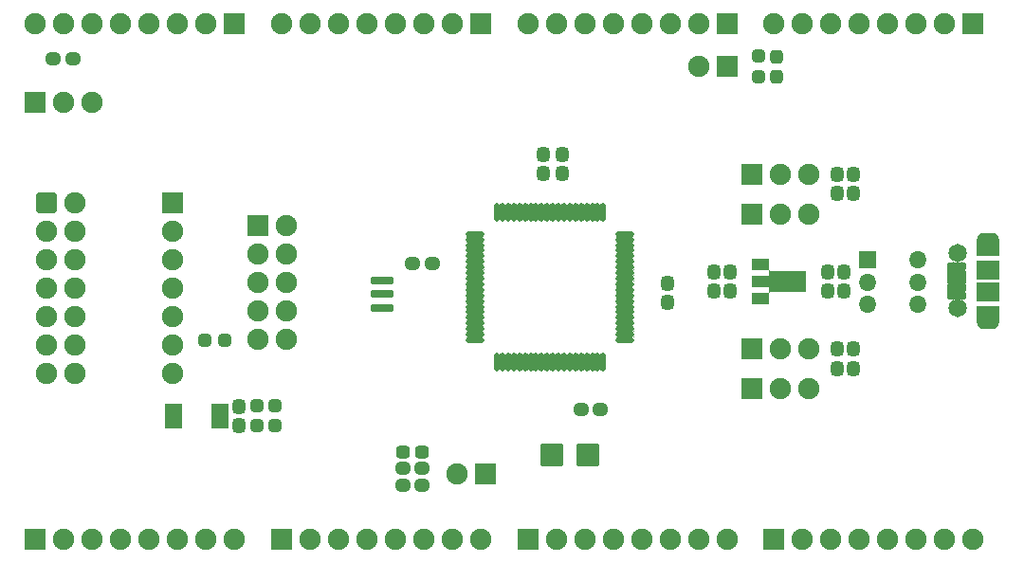
<source format=gts>
G04 #@! TF.GenerationSoftware,KiCad,Pcbnew,(6.0.7)*
G04 #@! TF.CreationDate,2022-09-17T20:23:59+02:00*
G04 #@! TF.ProjectId,F5418,46353431-382e-46b6-9963-61645f706362,rev?*
G04 #@! TF.SameCoordinates,Original*
G04 #@! TF.FileFunction,Soldermask,Top*
G04 #@! TF.FilePolarity,Negative*
%FSLAX46Y46*%
G04 Gerber Fmt 4.6, Leading zero omitted, Abs format (unit mm)*
G04 Created by KiCad (PCBNEW (6.0.7)) date 2022-09-17 20:23:59*
%MOMM*%
%LPD*%
G01*
G04 APERTURE LIST*
G04 Aperture macros list*
%AMRoundRect*
0 Rectangle with rounded corners*
0 $1 Rounding radius*
0 $2 $3 $4 $5 $6 $7 $8 $9 X,Y pos of 4 corners*
0 Add a 4 corners polygon primitive as box body*
4,1,4,$2,$3,$4,$5,$6,$7,$8,$9,$2,$3,0*
0 Add four circle primitives for the rounded corners*
1,1,$1+$1,$2,$3*
1,1,$1+$1,$4,$5*
1,1,$1+$1,$6,$7*
1,1,$1+$1,$8,$9*
0 Add four rect primitives between the rounded corners*
20,1,$1+$1,$2,$3,$4,$5,0*
20,1,$1+$1,$4,$5,$6,$7,0*
20,1,$1+$1,$6,$7,$8,$9,0*
20,1,$1+$1,$8,$9,$2,$3,0*%
%AMFreePoly0*
4,1,27,3.921279,0.947402,3.957606,0.897402,3.962500,0.866500,3.962500,-0.866500,3.943402,-0.925279,3.893402,-0.961606,3.862500,-0.966500,0.737500,-0.966500,0.678721,-0.947402,0.642394,-0.897402,0.637500,-0.866500,0.637500,-0.550000,-0.737500,-0.550000,-0.796279,-0.530902,-0.832606,-0.480902,-0.837500,-0.450000,-0.837500,0.450000,-0.818402,0.508779,-0.768402,0.545106,-0.737500,0.550000,
0.637500,0.550000,0.637500,0.866500,0.656598,0.925279,0.706598,0.961606,0.737500,0.966500,3.862500,0.966500,3.921279,0.947402,3.921279,0.947402,$1*%
G04 Aperture macros list end*
%ADD10RoundRect,0.337500X0.300000X0.237500X-0.300000X0.237500X-0.300000X-0.237500X0.300000X-0.237500X0*%
%ADD11RoundRect,0.100000X0.850000X-0.850000X0.850000X0.850000X-0.850000X0.850000X-0.850000X-0.850000X0*%
%ADD12O,1.900000X1.900000*%
%ADD13RoundRect,0.100000X-0.850000X0.850000X-0.850000X-0.850000X0.850000X-0.850000X0.850000X0.850000X0*%
%ADD14RoundRect,0.100000X-0.875000X-0.900000X0.875000X-0.900000X0.875000X0.900000X-0.875000X0.900000X0*%
%ADD15RoundRect,0.337500X0.237500X-0.300000X0.237500X0.300000X-0.237500X0.300000X-0.237500X-0.300000X0*%
%ADD16RoundRect,0.337500X-0.287500X-0.237500X0.287500X-0.237500X0.287500X0.237500X-0.287500X0.237500X0*%
%ADD17RoundRect,0.100000X-0.650000X-0.450000X0.650000X-0.450000X0.650000X0.450000X-0.650000X0.450000X0*%
%ADD18FreePoly0,0.000000*%
%ADD19RoundRect,0.337500X-0.237500X0.287500X-0.237500X-0.287500X0.237500X-0.287500X0.237500X0.287500X0*%
%ADD20RoundRect,0.337500X-0.237500X0.250000X-0.237500X-0.250000X0.237500X-0.250000X0.237500X0.250000X0*%
%ADD21RoundRect,0.337500X-0.237500X0.300000X-0.237500X-0.300000X0.237500X-0.300000X0.237500X0.300000X0*%
%ADD22RoundRect,0.100000X0.775000X-0.200000X0.775000X0.200000X-0.775000X0.200000X-0.775000X-0.200000X0*%
%ADD23RoundRect,0.100000X0.950000X-0.600000X0.950000X0.600000X-0.950000X0.600000X-0.950000X-0.600000X0*%
%ADD24RoundRect,0.100000X0.950000X-0.750000X0.950000X0.750000X-0.950000X0.750000X-0.950000X-0.750000X0*%
%ADD25O,2.100000X1.400000*%
%ADD26C,1.650000*%
%ADD27RoundRect,0.337500X0.237500X-0.250000X0.237500X0.250000X-0.237500X0.250000X-0.237500X-0.250000X0*%
%ADD28RoundRect,0.100000X-0.675000X-0.675000X0.675000X-0.675000X0.675000X0.675000X-0.675000X0.675000X0*%
%ADD29O,1.550000X1.550000*%
%ADD30RoundRect,0.100000X-0.850000X-0.850000X0.850000X-0.850000X0.850000X0.850000X-0.850000X0.850000X0*%
%ADD31RoundRect,0.100000X-0.700000X-1.000000X0.700000X-1.000000X0.700000X1.000000X-0.700000X1.000000X0*%
%ADD32RoundRect,0.162500X0.062500X-0.675000X0.062500X0.675000X-0.062500X0.675000X-0.062500X-0.675000X0*%
%ADD33RoundRect,0.162500X0.675000X-0.062500X0.675000X0.062500X-0.675000X0.062500X-0.675000X-0.062500X0*%
%ADD34RoundRect,0.100000X-0.950000X0.200000X-0.950000X-0.200000X0.950000X-0.200000X0.950000X0.200000X0*%
%ADD35RoundRect,0.350000X-0.600000X-0.600000X0.600000X-0.600000X0.600000X0.600000X-0.600000X0.600000X0*%
%ADD36C,1.900000*%
%ADD37RoundRect,0.337500X-0.300000X-0.237500X0.300000X-0.237500X0.300000X0.237500X-0.300000X0.237500X0*%
%ADD38RoundRect,0.337500X-0.250000X-0.237500X0.250000X-0.237500X0.250000X0.237500X-0.250000X0.237500X0*%
G04 APERTURE END LIST*
D10*
X126454500Y-101368000D03*
X124729500Y-101368000D03*
D11*
X135000000Y-126000000D03*
D12*
X137540000Y-126000000D03*
X140080000Y-126000000D03*
X142620000Y-126000000D03*
X145160000Y-126000000D03*
X147700000Y-126000000D03*
X150240000Y-126000000D03*
X152780000Y-126000000D03*
D13*
X174760000Y-80000000D03*
D12*
X172220000Y-80000000D03*
X169680000Y-80000000D03*
X167140000Y-80000000D03*
X164600000Y-80000000D03*
X162060000Y-80000000D03*
X159520000Y-80000000D03*
X156980000Y-80000000D03*
D13*
X152820000Y-80000000D03*
D12*
X150280000Y-80000000D03*
X147740000Y-80000000D03*
X145200000Y-80000000D03*
X142660000Y-80000000D03*
X140120000Y-80000000D03*
X137580000Y-80000000D03*
X135040000Y-80000000D03*
D13*
X130800000Y-80000000D03*
D12*
X128260000Y-80000000D03*
X125720000Y-80000000D03*
X123180000Y-80000000D03*
X120640000Y-80000000D03*
X118100000Y-80000000D03*
X115560000Y-80000000D03*
X113020000Y-80000000D03*
D14*
X137125000Y-118500000D03*
X140375000Y-118500000D03*
D15*
X163250000Y-103862500D03*
X163250000Y-102137500D03*
X151600000Y-103862500D03*
X151600000Y-102137500D03*
X153100000Y-103862500D03*
X153100000Y-102137500D03*
D16*
X123825000Y-118200000D03*
X125575000Y-118200000D03*
D17*
X155812500Y-101500000D03*
D18*
X155900000Y-103000000D03*
D17*
X155812500Y-104500000D03*
D19*
X157200000Y-82925000D03*
X157200000Y-84675000D03*
D13*
X152800000Y-83800000D03*
D12*
X150260000Y-83800000D03*
D20*
X155600000Y-82887500D03*
X155600000Y-84712500D03*
D11*
X157000000Y-126000000D03*
D12*
X159540000Y-126000000D03*
X162080000Y-126000000D03*
X164620000Y-126000000D03*
X167160000Y-126000000D03*
X169700000Y-126000000D03*
X172240000Y-126000000D03*
X174780000Y-126000000D03*
D11*
X155000000Y-93400000D03*
D12*
X157540000Y-93400000D03*
X160080000Y-93400000D03*
D11*
X155000000Y-97000000D03*
D12*
X157540000Y-97000000D03*
X160080000Y-97000000D03*
D11*
X155000000Y-112600000D03*
D12*
X157540000Y-112600000D03*
X160080000Y-112600000D03*
D21*
X164100000Y-109037500D03*
X164100000Y-110762500D03*
X164100000Y-93437500D03*
X164100000Y-95162500D03*
X162600000Y-93437500D03*
X162600000Y-95162500D03*
D11*
X155000000Y-109000000D03*
D12*
X157540000Y-109000000D03*
X160080000Y-109000000D03*
D22*
X173312500Y-104250000D03*
X173312500Y-103600000D03*
X173312500Y-102950000D03*
X173312500Y-102300000D03*
X173312500Y-101650000D03*
D23*
X176100000Y-105850000D03*
D24*
X176100000Y-103950000D03*
D25*
X176100000Y-106550000D03*
D26*
X173400000Y-100500000D03*
D24*
X176100000Y-101950000D03*
D25*
X176100000Y-99350000D03*
D23*
X176100000Y-100050000D03*
D26*
X173400000Y-105400000D03*
D11*
X91000000Y-87000000D03*
D12*
X93540000Y-87000000D03*
X96080000Y-87000000D03*
D21*
X109200000Y-114137500D03*
X109200000Y-115862500D03*
D27*
X110800000Y-115912500D03*
X110800000Y-114087500D03*
D28*
X165350000Y-101050000D03*
D29*
X165350000Y-103050000D03*
X165350000Y-105050000D03*
X169850000Y-101050000D03*
X169850000Y-103050000D03*
X169850000Y-105050000D03*
D21*
X162600000Y-109037500D03*
X162600000Y-110762500D03*
D30*
X110860000Y-98000000D03*
D12*
X113400000Y-98000000D03*
X110860000Y-100540000D03*
X113400000Y-100540000D03*
X110860000Y-103080000D03*
X113400000Y-103080000D03*
X110860000Y-105620000D03*
X113400000Y-105620000D03*
X110860000Y-108160000D03*
X113400000Y-108160000D03*
D31*
X103325000Y-115000000D03*
X107475000Y-115000000D03*
D15*
X136400000Y-93362500D03*
X136400000Y-91637500D03*
D10*
X141462500Y-114400000D03*
X139737500Y-114400000D03*
D21*
X147500000Y-103137500D03*
X147500000Y-104862500D03*
D15*
X138100000Y-93362500D03*
X138100000Y-91637500D03*
D11*
X91000000Y-126000000D03*
D12*
X93540000Y-126000000D03*
X96080000Y-126000000D03*
X98620000Y-126000000D03*
X101160000Y-126000000D03*
X103700000Y-126000000D03*
X106240000Y-126000000D03*
X108780000Y-126000000D03*
D11*
X113000000Y-126000000D03*
D12*
X115540000Y-126000000D03*
X118080000Y-126000000D03*
X120620000Y-126000000D03*
X123160000Y-126000000D03*
X125700000Y-126000000D03*
X128240000Y-126000000D03*
X130780000Y-126000000D03*
D13*
X108800000Y-80000000D03*
D12*
X106260000Y-80000000D03*
X103720000Y-80000000D03*
X101180000Y-80000000D03*
X98640000Y-80000000D03*
X96100000Y-80000000D03*
X93560000Y-80000000D03*
X91020000Y-80000000D03*
D30*
X103240000Y-96000000D03*
D12*
X103240000Y-98540000D03*
X103240000Y-101080000D03*
X103240000Y-103620000D03*
X103240000Y-106160000D03*
X103240000Y-108700000D03*
X103240000Y-111240000D03*
D32*
X132250000Y-110187500D03*
X132750000Y-110187500D03*
X133250000Y-110187500D03*
X133750000Y-110187500D03*
X134250000Y-110187500D03*
X134750000Y-110187500D03*
X135250000Y-110187500D03*
X135750000Y-110187500D03*
X136250000Y-110187500D03*
X136750000Y-110187500D03*
X137250000Y-110187500D03*
X137750000Y-110187500D03*
X138250000Y-110187500D03*
X138750000Y-110187500D03*
X139250000Y-110187500D03*
X139750000Y-110187500D03*
X140250000Y-110187500D03*
X140750000Y-110187500D03*
X141250000Y-110187500D03*
X141750000Y-110187500D03*
D33*
X143687500Y-108250000D03*
X143687500Y-107750000D03*
X143687500Y-107250000D03*
X143687500Y-106750000D03*
X143687500Y-106250000D03*
X143687500Y-105750000D03*
X143687500Y-105250000D03*
X143687500Y-104750000D03*
X143687500Y-104250000D03*
X143687500Y-103750000D03*
X143687500Y-103250000D03*
X143687500Y-102750000D03*
X143687500Y-102250000D03*
X143687500Y-101750000D03*
X143687500Y-101250000D03*
X143687500Y-100750000D03*
X143687500Y-100250000D03*
X143687500Y-99750000D03*
X143687500Y-99250000D03*
X143687500Y-98750000D03*
D32*
X141750000Y-96812500D03*
X141250000Y-96812500D03*
X140750000Y-96812500D03*
X140250000Y-96812500D03*
X139750000Y-96812500D03*
X139250000Y-96812500D03*
X138750000Y-96812500D03*
X138250000Y-96812500D03*
X137750000Y-96812500D03*
X137250000Y-96812500D03*
X136750000Y-96812500D03*
X136250000Y-96812500D03*
X135750000Y-96812500D03*
X135250000Y-96812500D03*
X134750000Y-96812500D03*
X134250000Y-96812500D03*
X133750000Y-96812500D03*
X133250000Y-96812500D03*
X132750000Y-96812500D03*
X132250000Y-96812500D03*
D33*
X130312500Y-98750000D03*
X130312500Y-99250000D03*
X130312500Y-99750000D03*
X130312500Y-100250000D03*
X130312500Y-100750000D03*
X130312500Y-101250000D03*
X130312500Y-101750000D03*
X130312500Y-102250000D03*
X130312500Y-102750000D03*
X130312500Y-103250000D03*
X130312500Y-103750000D03*
X130312500Y-104250000D03*
X130312500Y-104750000D03*
X130312500Y-105250000D03*
X130312500Y-105750000D03*
X130312500Y-106250000D03*
X130312500Y-106750000D03*
X130312500Y-107250000D03*
X130312500Y-107750000D03*
X130312500Y-108250000D03*
D34*
X121982000Y-102935000D03*
X121982000Y-104135000D03*
X121982000Y-105335000D03*
D35*
X92000000Y-95950000D03*
D36*
X94540000Y-95950000D03*
X92000000Y-98490000D03*
X94540000Y-98490000D03*
X92000000Y-101030000D03*
X94540000Y-101030000D03*
X92000000Y-103570000D03*
X94540000Y-103570000D03*
X92000000Y-106110000D03*
X94540000Y-106110000D03*
X92000000Y-108650000D03*
X94540000Y-108650000D03*
X92000000Y-111190000D03*
X94540000Y-111190000D03*
D15*
X161750000Y-103862500D03*
X161750000Y-102137500D03*
D13*
X131180000Y-120164000D03*
D12*
X128640000Y-120164000D03*
D37*
X123837500Y-119700000D03*
X125562500Y-119700000D03*
X123837500Y-121200000D03*
X125562500Y-121200000D03*
D10*
X94362500Y-83100000D03*
X92637500Y-83100000D03*
D20*
X112400000Y-114087500D03*
X112400000Y-115912500D03*
D38*
X106137500Y-108251400D03*
X107962500Y-108251400D03*
G36*
X136431305Y-109400106D02*
G01*
X136442007Y-109407257D01*
X136442867Y-109405970D01*
X136444661Y-109405085D01*
X136445768Y-109405510D01*
X136466119Y-109421553D01*
X136526574Y-109423926D01*
X136554332Y-109405378D01*
X136556328Y-109405247D01*
X136557106Y-109405930D01*
X136557993Y-109407257D01*
X136568695Y-109400106D01*
X136570691Y-109399975D01*
X136571802Y-109401638D01*
X136571469Y-109402880D01*
X136539255Y-109451093D01*
X136527000Y-109512699D01*
X136527000Y-110862301D01*
X136539255Y-110923907D01*
X136571469Y-110972120D01*
X136571600Y-110974116D01*
X136569937Y-110975227D01*
X136568695Y-110974894D01*
X136557993Y-110967743D01*
X136557133Y-110969030D01*
X136555339Y-110969915D01*
X136554232Y-110969490D01*
X136533881Y-110953447D01*
X136473426Y-110951074D01*
X136445668Y-110969622D01*
X136443672Y-110969753D01*
X136442894Y-110969070D01*
X136442007Y-110967743D01*
X136431305Y-110974894D01*
X136429309Y-110975025D01*
X136428198Y-110973362D01*
X136428531Y-110972120D01*
X136460745Y-110923907D01*
X136473000Y-110862301D01*
X136473000Y-109512699D01*
X136460745Y-109451093D01*
X136428531Y-109402880D01*
X136428400Y-109400884D01*
X136430063Y-109399773D01*
X136431305Y-109400106D01*
G37*
G36*
X133431305Y-109400106D02*
G01*
X133442007Y-109407257D01*
X133442867Y-109405970D01*
X133444661Y-109405085D01*
X133445768Y-109405510D01*
X133466119Y-109421553D01*
X133526574Y-109423926D01*
X133554332Y-109405378D01*
X133556328Y-109405247D01*
X133557106Y-109405930D01*
X133557993Y-109407257D01*
X133568695Y-109400106D01*
X133570691Y-109399975D01*
X133571802Y-109401638D01*
X133571469Y-109402880D01*
X133539255Y-109451093D01*
X133527000Y-109512699D01*
X133527000Y-110862301D01*
X133539255Y-110923907D01*
X133571469Y-110972120D01*
X133571600Y-110974116D01*
X133569937Y-110975227D01*
X133568695Y-110974894D01*
X133557993Y-110967743D01*
X133557133Y-110969030D01*
X133555339Y-110969915D01*
X133554232Y-110969490D01*
X133533881Y-110953447D01*
X133473426Y-110951074D01*
X133445668Y-110969622D01*
X133443672Y-110969753D01*
X133442894Y-110969070D01*
X133442007Y-110967743D01*
X133431305Y-110974894D01*
X133429309Y-110975025D01*
X133428198Y-110973362D01*
X133428531Y-110972120D01*
X133460745Y-110923907D01*
X133473000Y-110862301D01*
X133473000Y-109512699D01*
X133460745Y-109451093D01*
X133428531Y-109402880D01*
X133428400Y-109400884D01*
X133430063Y-109399773D01*
X133431305Y-109400106D01*
G37*
G36*
X137931305Y-109400106D02*
G01*
X137942007Y-109407257D01*
X137942867Y-109405970D01*
X137944661Y-109405085D01*
X137945768Y-109405510D01*
X137966119Y-109421553D01*
X138026574Y-109423926D01*
X138054332Y-109405378D01*
X138056328Y-109405247D01*
X138057106Y-109405930D01*
X138057993Y-109407257D01*
X138068695Y-109400106D01*
X138070691Y-109399975D01*
X138071802Y-109401638D01*
X138071469Y-109402880D01*
X138039255Y-109451093D01*
X138027000Y-109512699D01*
X138027000Y-110862301D01*
X138039255Y-110923907D01*
X138071469Y-110972120D01*
X138071600Y-110974116D01*
X138069937Y-110975227D01*
X138068695Y-110974894D01*
X138057993Y-110967743D01*
X138057133Y-110969030D01*
X138055339Y-110969915D01*
X138054232Y-110969490D01*
X138033881Y-110953447D01*
X137973426Y-110951074D01*
X137945668Y-110969622D01*
X137943672Y-110969753D01*
X137942894Y-110969070D01*
X137942007Y-110967743D01*
X137931305Y-110974894D01*
X137929309Y-110975025D01*
X137928198Y-110973362D01*
X137928531Y-110972120D01*
X137960745Y-110923907D01*
X137973000Y-110862301D01*
X137973000Y-109512699D01*
X137960745Y-109451093D01*
X137928531Y-109402880D01*
X137928400Y-109400884D01*
X137930063Y-109399773D01*
X137931305Y-109400106D01*
G37*
G36*
X139931305Y-109400106D02*
G01*
X139942007Y-109407257D01*
X139942867Y-109405970D01*
X139944661Y-109405085D01*
X139945768Y-109405510D01*
X139966119Y-109421553D01*
X140026574Y-109423926D01*
X140054332Y-109405378D01*
X140056328Y-109405247D01*
X140057106Y-109405930D01*
X140057993Y-109407257D01*
X140068695Y-109400106D01*
X140070691Y-109399975D01*
X140071802Y-109401638D01*
X140071469Y-109402880D01*
X140039255Y-109451093D01*
X140027000Y-109512699D01*
X140027000Y-110862301D01*
X140039255Y-110923907D01*
X140071469Y-110972120D01*
X140071600Y-110974116D01*
X140069937Y-110975227D01*
X140068695Y-110974894D01*
X140057993Y-110967743D01*
X140057133Y-110969030D01*
X140055339Y-110969915D01*
X140054232Y-110969490D01*
X140033881Y-110953447D01*
X139973426Y-110951074D01*
X139945668Y-110969622D01*
X139943672Y-110969753D01*
X139942894Y-110969070D01*
X139942007Y-110967743D01*
X139931305Y-110974894D01*
X139929309Y-110975025D01*
X139928198Y-110973362D01*
X139928531Y-110972120D01*
X139960745Y-110923907D01*
X139973000Y-110862301D01*
X139973000Y-109512699D01*
X139960745Y-109451093D01*
X139928531Y-109402880D01*
X139928400Y-109400884D01*
X139930063Y-109399773D01*
X139931305Y-109400106D01*
G37*
G36*
X135431305Y-109400106D02*
G01*
X135442007Y-109407257D01*
X135442867Y-109405970D01*
X135444661Y-109405085D01*
X135445768Y-109405510D01*
X135466119Y-109421553D01*
X135526574Y-109423926D01*
X135554332Y-109405378D01*
X135556328Y-109405247D01*
X135557106Y-109405930D01*
X135557993Y-109407257D01*
X135568695Y-109400106D01*
X135570691Y-109399975D01*
X135571802Y-109401638D01*
X135571469Y-109402880D01*
X135539255Y-109451093D01*
X135527000Y-109512699D01*
X135527000Y-110862301D01*
X135539255Y-110923907D01*
X135571469Y-110972120D01*
X135571600Y-110974116D01*
X135569937Y-110975227D01*
X135568695Y-110974894D01*
X135557993Y-110967743D01*
X135557133Y-110969030D01*
X135555339Y-110969915D01*
X135554232Y-110969490D01*
X135533881Y-110953447D01*
X135473426Y-110951074D01*
X135445668Y-110969622D01*
X135443672Y-110969753D01*
X135442894Y-110969070D01*
X135442007Y-110967743D01*
X135431305Y-110974894D01*
X135429309Y-110975025D01*
X135428198Y-110973362D01*
X135428531Y-110972120D01*
X135460745Y-110923907D01*
X135473000Y-110862301D01*
X135473000Y-109512699D01*
X135460745Y-109451093D01*
X135428531Y-109402880D01*
X135428400Y-109400884D01*
X135430063Y-109399773D01*
X135431305Y-109400106D01*
G37*
G36*
X138431305Y-109400106D02*
G01*
X138442007Y-109407257D01*
X138442867Y-109405970D01*
X138444661Y-109405085D01*
X138445768Y-109405510D01*
X138466119Y-109421553D01*
X138526574Y-109423926D01*
X138554332Y-109405378D01*
X138556328Y-109405247D01*
X138557106Y-109405930D01*
X138557993Y-109407257D01*
X138568695Y-109400106D01*
X138570691Y-109399975D01*
X138571802Y-109401638D01*
X138571469Y-109402880D01*
X138539255Y-109451093D01*
X138527000Y-109512699D01*
X138527000Y-110862301D01*
X138539255Y-110923907D01*
X138571469Y-110972120D01*
X138571600Y-110974116D01*
X138569937Y-110975227D01*
X138568695Y-110974894D01*
X138557993Y-110967743D01*
X138557133Y-110969030D01*
X138555339Y-110969915D01*
X138554232Y-110969490D01*
X138533881Y-110953447D01*
X138473426Y-110951074D01*
X138445668Y-110969622D01*
X138443672Y-110969753D01*
X138442894Y-110969070D01*
X138442007Y-110967743D01*
X138431305Y-110974894D01*
X138429309Y-110975025D01*
X138428198Y-110973362D01*
X138428531Y-110972120D01*
X138460745Y-110923907D01*
X138473000Y-110862301D01*
X138473000Y-109512699D01*
X138460745Y-109451093D01*
X138428531Y-109402880D01*
X138428400Y-109400884D01*
X138430063Y-109399773D01*
X138431305Y-109400106D01*
G37*
G36*
X134931305Y-109400106D02*
G01*
X134942007Y-109407257D01*
X134942867Y-109405970D01*
X134944661Y-109405085D01*
X134945768Y-109405510D01*
X134966119Y-109421553D01*
X135026574Y-109423926D01*
X135054332Y-109405378D01*
X135056328Y-109405247D01*
X135057106Y-109405930D01*
X135057993Y-109407257D01*
X135068695Y-109400106D01*
X135070691Y-109399975D01*
X135071802Y-109401638D01*
X135071469Y-109402880D01*
X135039255Y-109451093D01*
X135027000Y-109512699D01*
X135027000Y-110862301D01*
X135039255Y-110923907D01*
X135071469Y-110972120D01*
X135071600Y-110974116D01*
X135069937Y-110975227D01*
X135068695Y-110974894D01*
X135057993Y-110967743D01*
X135057133Y-110969030D01*
X135055339Y-110969915D01*
X135054232Y-110969490D01*
X135033881Y-110953447D01*
X134973426Y-110951074D01*
X134945668Y-110969622D01*
X134943672Y-110969753D01*
X134942894Y-110969070D01*
X134942007Y-110967743D01*
X134931305Y-110974894D01*
X134929309Y-110975025D01*
X134928198Y-110973362D01*
X134928531Y-110972120D01*
X134960745Y-110923907D01*
X134973000Y-110862301D01*
X134973000Y-109512699D01*
X134960745Y-109451093D01*
X134928531Y-109402880D01*
X134928400Y-109400884D01*
X134930063Y-109399773D01*
X134931305Y-109400106D01*
G37*
G36*
X140431305Y-109400106D02*
G01*
X140442007Y-109407257D01*
X140442867Y-109405970D01*
X140444661Y-109405085D01*
X140445768Y-109405510D01*
X140466119Y-109421553D01*
X140526574Y-109423926D01*
X140554332Y-109405378D01*
X140556328Y-109405247D01*
X140557106Y-109405930D01*
X140557993Y-109407257D01*
X140568695Y-109400106D01*
X140570691Y-109399975D01*
X140571802Y-109401638D01*
X140571469Y-109402880D01*
X140539255Y-109451093D01*
X140527000Y-109512699D01*
X140527000Y-110862301D01*
X140539255Y-110923907D01*
X140571469Y-110972120D01*
X140571600Y-110974116D01*
X140569937Y-110975227D01*
X140568695Y-110974894D01*
X140557993Y-110967743D01*
X140557133Y-110969030D01*
X140555339Y-110969915D01*
X140554232Y-110969490D01*
X140533881Y-110953447D01*
X140473426Y-110951074D01*
X140445668Y-110969622D01*
X140443672Y-110969753D01*
X140442894Y-110969070D01*
X140442007Y-110967743D01*
X140431305Y-110974894D01*
X140429309Y-110975025D01*
X140428198Y-110973362D01*
X140428531Y-110972120D01*
X140460745Y-110923907D01*
X140473000Y-110862301D01*
X140473000Y-109512699D01*
X140460745Y-109451093D01*
X140428531Y-109402880D01*
X140428400Y-109400884D01*
X140430063Y-109399773D01*
X140431305Y-109400106D01*
G37*
G36*
X135931305Y-109400106D02*
G01*
X135942007Y-109407257D01*
X135942867Y-109405970D01*
X135944661Y-109405085D01*
X135945768Y-109405510D01*
X135966119Y-109421553D01*
X136026574Y-109423926D01*
X136054332Y-109405378D01*
X136056328Y-109405247D01*
X136057106Y-109405930D01*
X136057993Y-109407257D01*
X136068695Y-109400106D01*
X136070691Y-109399975D01*
X136071802Y-109401638D01*
X136071469Y-109402880D01*
X136039255Y-109451093D01*
X136027000Y-109512699D01*
X136027000Y-110862301D01*
X136039255Y-110923907D01*
X136071469Y-110972120D01*
X136071600Y-110974116D01*
X136069937Y-110975227D01*
X136068695Y-110974894D01*
X136057993Y-110967743D01*
X136057133Y-110969030D01*
X136055339Y-110969915D01*
X136054232Y-110969490D01*
X136033881Y-110953447D01*
X135973426Y-110951074D01*
X135945668Y-110969622D01*
X135943672Y-110969753D01*
X135942894Y-110969070D01*
X135942007Y-110967743D01*
X135931305Y-110974894D01*
X135929309Y-110975025D01*
X135928198Y-110973362D01*
X135928531Y-110972120D01*
X135960745Y-110923907D01*
X135973000Y-110862301D01*
X135973000Y-109512699D01*
X135960745Y-109451093D01*
X135928531Y-109402880D01*
X135928400Y-109400884D01*
X135930063Y-109399773D01*
X135931305Y-109400106D01*
G37*
G36*
X140931305Y-109400106D02*
G01*
X140942007Y-109407257D01*
X140942867Y-109405970D01*
X140944661Y-109405085D01*
X140945768Y-109405510D01*
X140966119Y-109421553D01*
X141026574Y-109423926D01*
X141054332Y-109405378D01*
X141056328Y-109405247D01*
X141057106Y-109405930D01*
X141057993Y-109407257D01*
X141068695Y-109400106D01*
X141070691Y-109399975D01*
X141071802Y-109401638D01*
X141071469Y-109402880D01*
X141039255Y-109451093D01*
X141027000Y-109512699D01*
X141027000Y-110862301D01*
X141039255Y-110923907D01*
X141071469Y-110972120D01*
X141071600Y-110974116D01*
X141069937Y-110975227D01*
X141068695Y-110974894D01*
X141057993Y-110967743D01*
X141057133Y-110969030D01*
X141055339Y-110969915D01*
X141054232Y-110969490D01*
X141033881Y-110953447D01*
X140973426Y-110951074D01*
X140945668Y-110969622D01*
X140943672Y-110969753D01*
X140942894Y-110969070D01*
X140942007Y-110967743D01*
X140931305Y-110974894D01*
X140929309Y-110975025D01*
X140928198Y-110973362D01*
X140928531Y-110972120D01*
X140960745Y-110923907D01*
X140973000Y-110862301D01*
X140973000Y-109512699D01*
X140960745Y-109451093D01*
X140928531Y-109402880D01*
X140928400Y-109400884D01*
X140930063Y-109399773D01*
X140931305Y-109400106D01*
G37*
G36*
X133931305Y-109400106D02*
G01*
X133942007Y-109407257D01*
X133942867Y-109405970D01*
X133944661Y-109405085D01*
X133945768Y-109405510D01*
X133966119Y-109421553D01*
X134026574Y-109423926D01*
X134054332Y-109405378D01*
X134056328Y-109405247D01*
X134057106Y-109405930D01*
X134057993Y-109407257D01*
X134068695Y-109400106D01*
X134070691Y-109399975D01*
X134071802Y-109401638D01*
X134071469Y-109402880D01*
X134039255Y-109451093D01*
X134027000Y-109512699D01*
X134027000Y-110862301D01*
X134039255Y-110923907D01*
X134071469Y-110972120D01*
X134071600Y-110974116D01*
X134069937Y-110975227D01*
X134068695Y-110974894D01*
X134057993Y-110967743D01*
X134057133Y-110969030D01*
X134055339Y-110969915D01*
X134054232Y-110969490D01*
X134033881Y-110953447D01*
X133973426Y-110951074D01*
X133945668Y-110969622D01*
X133943672Y-110969753D01*
X133942894Y-110969070D01*
X133942007Y-110967743D01*
X133931305Y-110974894D01*
X133929309Y-110975025D01*
X133928198Y-110973362D01*
X133928531Y-110972120D01*
X133960745Y-110923907D01*
X133973000Y-110862301D01*
X133973000Y-109512699D01*
X133960745Y-109451093D01*
X133928531Y-109402880D01*
X133928400Y-109400884D01*
X133930063Y-109399773D01*
X133931305Y-109400106D01*
G37*
G36*
X138931305Y-109400106D02*
G01*
X138942007Y-109407257D01*
X138942867Y-109405970D01*
X138944661Y-109405085D01*
X138945768Y-109405510D01*
X138966119Y-109421553D01*
X139026574Y-109423926D01*
X139054332Y-109405378D01*
X139056328Y-109405247D01*
X139057106Y-109405930D01*
X139057993Y-109407257D01*
X139068695Y-109400106D01*
X139070691Y-109399975D01*
X139071802Y-109401638D01*
X139071469Y-109402880D01*
X139039255Y-109451093D01*
X139027000Y-109512699D01*
X139027000Y-110862301D01*
X139039255Y-110923907D01*
X139071469Y-110972120D01*
X139071600Y-110974116D01*
X139069937Y-110975227D01*
X139068695Y-110974894D01*
X139057993Y-110967743D01*
X139057133Y-110969030D01*
X139055339Y-110969915D01*
X139054232Y-110969490D01*
X139033881Y-110953447D01*
X138973426Y-110951074D01*
X138945668Y-110969622D01*
X138943672Y-110969753D01*
X138942894Y-110969070D01*
X138942007Y-110967743D01*
X138931305Y-110974894D01*
X138929309Y-110975025D01*
X138928198Y-110973362D01*
X138928531Y-110972120D01*
X138960745Y-110923907D01*
X138973000Y-110862301D01*
X138973000Y-109512699D01*
X138960745Y-109451093D01*
X138928531Y-109402880D01*
X138928400Y-109400884D01*
X138930063Y-109399773D01*
X138931305Y-109400106D01*
G37*
G36*
X136931305Y-109400106D02*
G01*
X136942007Y-109407257D01*
X136942867Y-109405970D01*
X136944661Y-109405085D01*
X136945768Y-109405510D01*
X136966119Y-109421553D01*
X137026574Y-109423926D01*
X137054332Y-109405378D01*
X137056328Y-109405247D01*
X137057106Y-109405930D01*
X137057993Y-109407257D01*
X137068695Y-109400106D01*
X137070691Y-109399975D01*
X137071802Y-109401638D01*
X137071469Y-109402880D01*
X137039255Y-109451093D01*
X137027000Y-109512699D01*
X137027000Y-110862301D01*
X137039255Y-110923907D01*
X137071469Y-110972120D01*
X137071600Y-110974116D01*
X137069937Y-110975227D01*
X137068695Y-110974894D01*
X137057993Y-110967743D01*
X137057133Y-110969030D01*
X137055339Y-110969915D01*
X137054232Y-110969490D01*
X137033881Y-110953447D01*
X136973426Y-110951074D01*
X136945668Y-110969622D01*
X136943672Y-110969753D01*
X136942894Y-110969070D01*
X136942007Y-110967743D01*
X136931305Y-110974894D01*
X136929309Y-110975025D01*
X136928198Y-110973362D01*
X136928531Y-110972120D01*
X136960745Y-110923907D01*
X136973000Y-110862301D01*
X136973000Y-109512699D01*
X136960745Y-109451093D01*
X136928531Y-109402880D01*
X136928400Y-109400884D01*
X136930063Y-109399773D01*
X136931305Y-109400106D01*
G37*
G36*
X132931305Y-109400106D02*
G01*
X132942007Y-109407257D01*
X132942867Y-109405970D01*
X132944661Y-109405085D01*
X132945768Y-109405510D01*
X132966119Y-109421553D01*
X133026574Y-109423926D01*
X133054332Y-109405378D01*
X133056328Y-109405247D01*
X133057106Y-109405930D01*
X133057993Y-109407257D01*
X133068695Y-109400106D01*
X133070691Y-109399975D01*
X133071802Y-109401638D01*
X133071469Y-109402880D01*
X133039255Y-109451093D01*
X133027000Y-109512699D01*
X133027000Y-110862301D01*
X133039255Y-110923907D01*
X133071469Y-110972120D01*
X133071600Y-110974116D01*
X133069937Y-110975227D01*
X133068695Y-110974894D01*
X133057993Y-110967743D01*
X133057133Y-110969030D01*
X133055339Y-110969915D01*
X133054232Y-110969490D01*
X133033881Y-110953447D01*
X132973426Y-110951074D01*
X132945668Y-110969622D01*
X132943672Y-110969753D01*
X132942894Y-110969070D01*
X132942007Y-110967743D01*
X132931305Y-110974894D01*
X132929309Y-110975025D01*
X132928198Y-110973362D01*
X132928531Y-110972120D01*
X132960745Y-110923907D01*
X132973000Y-110862301D01*
X132973000Y-109512699D01*
X132960745Y-109451093D01*
X132928531Y-109402880D01*
X132928400Y-109400884D01*
X132930063Y-109399773D01*
X132931305Y-109400106D01*
G37*
G36*
X132431305Y-109400106D02*
G01*
X132442007Y-109407257D01*
X132442867Y-109405970D01*
X132444661Y-109405085D01*
X132445768Y-109405510D01*
X132466119Y-109421553D01*
X132526574Y-109423926D01*
X132554332Y-109405378D01*
X132556328Y-109405247D01*
X132557106Y-109405930D01*
X132557993Y-109407257D01*
X132568695Y-109400106D01*
X132570691Y-109399975D01*
X132571802Y-109401638D01*
X132571469Y-109402880D01*
X132539255Y-109451093D01*
X132527000Y-109512699D01*
X132527000Y-110862301D01*
X132539255Y-110923907D01*
X132571469Y-110972120D01*
X132571600Y-110974116D01*
X132569937Y-110975227D01*
X132568695Y-110974894D01*
X132557993Y-110967743D01*
X132557133Y-110969030D01*
X132555339Y-110969915D01*
X132554232Y-110969490D01*
X132533881Y-110953447D01*
X132473426Y-110951074D01*
X132445668Y-110969622D01*
X132443672Y-110969753D01*
X132442894Y-110969070D01*
X132442007Y-110967743D01*
X132431305Y-110974894D01*
X132429309Y-110975025D01*
X132428198Y-110973362D01*
X132428531Y-110972120D01*
X132460745Y-110923907D01*
X132473000Y-110862301D01*
X132473000Y-109512699D01*
X132460745Y-109451093D01*
X132428531Y-109402880D01*
X132428400Y-109400884D01*
X132430063Y-109399773D01*
X132431305Y-109400106D01*
G37*
G36*
X137431305Y-109400106D02*
G01*
X137442007Y-109407257D01*
X137442867Y-109405970D01*
X137444661Y-109405085D01*
X137445768Y-109405510D01*
X137466119Y-109421553D01*
X137526574Y-109423926D01*
X137554332Y-109405378D01*
X137556328Y-109405247D01*
X137557106Y-109405930D01*
X137557993Y-109407257D01*
X137568695Y-109400106D01*
X137570691Y-109399975D01*
X137571802Y-109401638D01*
X137571469Y-109402880D01*
X137539255Y-109451093D01*
X137527000Y-109512699D01*
X137527000Y-110862301D01*
X137539255Y-110923907D01*
X137571469Y-110972120D01*
X137571600Y-110974116D01*
X137569937Y-110975227D01*
X137568695Y-110974894D01*
X137557993Y-110967743D01*
X137557133Y-110969030D01*
X137555339Y-110969915D01*
X137554232Y-110969490D01*
X137533881Y-110953447D01*
X137473426Y-110951074D01*
X137445668Y-110969622D01*
X137443672Y-110969753D01*
X137442894Y-110969070D01*
X137442007Y-110967743D01*
X137431305Y-110974894D01*
X137429309Y-110975025D01*
X137428198Y-110973362D01*
X137428531Y-110972120D01*
X137460745Y-110923907D01*
X137473000Y-110862301D01*
X137473000Y-109512699D01*
X137460745Y-109451093D01*
X137428531Y-109402880D01*
X137428400Y-109400884D01*
X137430063Y-109399773D01*
X137431305Y-109400106D01*
G37*
G36*
X134431305Y-109400106D02*
G01*
X134442007Y-109407257D01*
X134442867Y-109405970D01*
X134444661Y-109405085D01*
X134445768Y-109405510D01*
X134466119Y-109421553D01*
X134526574Y-109423926D01*
X134554332Y-109405378D01*
X134556328Y-109405247D01*
X134557106Y-109405930D01*
X134557993Y-109407257D01*
X134568695Y-109400106D01*
X134570691Y-109399975D01*
X134571802Y-109401638D01*
X134571469Y-109402880D01*
X134539255Y-109451093D01*
X134527000Y-109512699D01*
X134527000Y-110862301D01*
X134539255Y-110923907D01*
X134571469Y-110972120D01*
X134571600Y-110974116D01*
X134569937Y-110975227D01*
X134568695Y-110974894D01*
X134557993Y-110967743D01*
X134557133Y-110969030D01*
X134555339Y-110969915D01*
X134554232Y-110969490D01*
X134533881Y-110953447D01*
X134473426Y-110951074D01*
X134445668Y-110969622D01*
X134443672Y-110969753D01*
X134442894Y-110969070D01*
X134442007Y-110967743D01*
X134431305Y-110974894D01*
X134429309Y-110975025D01*
X134428198Y-110973362D01*
X134428531Y-110972120D01*
X134460745Y-110923907D01*
X134473000Y-110862301D01*
X134473000Y-109512699D01*
X134460745Y-109451093D01*
X134428531Y-109402880D01*
X134428400Y-109400884D01*
X134430063Y-109399773D01*
X134431305Y-109400106D01*
G37*
G36*
X141431305Y-109400106D02*
G01*
X141442007Y-109407257D01*
X141442867Y-109405970D01*
X141444661Y-109405085D01*
X141445768Y-109405510D01*
X141466119Y-109421553D01*
X141526574Y-109423926D01*
X141554332Y-109405378D01*
X141556328Y-109405247D01*
X141557106Y-109405930D01*
X141557993Y-109407257D01*
X141568695Y-109400106D01*
X141570691Y-109399975D01*
X141571802Y-109401638D01*
X141571469Y-109402880D01*
X141539255Y-109451093D01*
X141527000Y-109512699D01*
X141527000Y-110862301D01*
X141539255Y-110923907D01*
X141571469Y-110972120D01*
X141571600Y-110974116D01*
X141569937Y-110975227D01*
X141568695Y-110974894D01*
X141557993Y-110967743D01*
X141557133Y-110969030D01*
X141555339Y-110969915D01*
X141554232Y-110969490D01*
X141533881Y-110953447D01*
X141473426Y-110951074D01*
X141445668Y-110969622D01*
X141443672Y-110969753D01*
X141442894Y-110969070D01*
X141442007Y-110967743D01*
X141431305Y-110974894D01*
X141429309Y-110975025D01*
X141428198Y-110973362D01*
X141428531Y-110972120D01*
X141460745Y-110923907D01*
X141473000Y-110862301D01*
X141473000Y-109512699D01*
X141460745Y-109451093D01*
X141428531Y-109402880D01*
X141428400Y-109400884D01*
X141430063Y-109399773D01*
X141431305Y-109400106D01*
G37*
G36*
X139431305Y-109400106D02*
G01*
X139442007Y-109407257D01*
X139442867Y-109405970D01*
X139444661Y-109405085D01*
X139445768Y-109405510D01*
X139466119Y-109421553D01*
X139526574Y-109423926D01*
X139554332Y-109405378D01*
X139556328Y-109405247D01*
X139557106Y-109405930D01*
X139557993Y-109407257D01*
X139568695Y-109400106D01*
X139570691Y-109399975D01*
X139571802Y-109401638D01*
X139571469Y-109402880D01*
X139539255Y-109451093D01*
X139527000Y-109512699D01*
X139527000Y-110862301D01*
X139539255Y-110923907D01*
X139571469Y-110972120D01*
X139571600Y-110974116D01*
X139569937Y-110975227D01*
X139568695Y-110974894D01*
X139557993Y-110967743D01*
X139557133Y-110969030D01*
X139555339Y-110969915D01*
X139554232Y-110969490D01*
X139533881Y-110953447D01*
X139473426Y-110951074D01*
X139445668Y-110969622D01*
X139443672Y-110969753D01*
X139442894Y-110969070D01*
X139442007Y-110967743D01*
X139431305Y-110974894D01*
X139429309Y-110975025D01*
X139428198Y-110973362D01*
X139428531Y-110972120D01*
X139460745Y-110923907D01*
X139473000Y-110862301D01*
X139473000Y-109512699D01*
X139460745Y-109451093D01*
X139428531Y-109402880D01*
X139428400Y-109400884D01*
X139430063Y-109399773D01*
X139431305Y-109400106D01*
G37*
G36*
X129527880Y-107928531D02*
G01*
X129576093Y-107960745D01*
X129637699Y-107973000D01*
X130987301Y-107973000D01*
X131048907Y-107960745D01*
X131097120Y-107928531D01*
X131099116Y-107928400D01*
X131100227Y-107930063D01*
X131099894Y-107931305D01*
X131092743Y-107942007D01*
X131094030Y-107942867D01*
X131094915Y-107944661D01*
X131094490Y-107945768D01*
X131078447Y-107966119D01*
X131076074Y-108026574D01*
X131094622Y-108054332D01*
X131094753Y-108056328D01*
X131094070Y-108057106D01*
X131092743Y-108057993D01*
X131099894Y-108068695D01*
X131100025Y-108070691D01*
X131098362Y-108071802D01*
X131097120Y-108071469D01*
X131048907Y-108039255D01*
X130987301Y-108027000D01*
X129637699Y-108027000D01*
X129576093Y-108039255D01*
X129527880Y-108071469D01*
X129525884Y-108071600D01*
X129524773Y-108069937D01*
X129525106Y-108068695D01*
X129532257Y-108057993D01*
X129530970Y-108057133D01*
X129530085Y-108055339D01*
X129530510Y-108054232D01*
X129546553Y-108033881D01*
X129548926Y-107973426D01*
X129530378Y-107945668D01*
X129530247Y-107943672D01*
X129530930Y-107942894D01*
X129532257Y-107942007D01*
X129525106Y-107931305D01*
X129524975Y-107929309D01*
X129526638Y-107928198D01*
X129527880Y-107928531D01*
G37*
G36*
X142902880Y-107928531D02*
G01*
X142951093Y-107960745D01*
X143012699Y-107973000D01*
X144362301Y-107973000D01*
X144423907Y-107960745D01*
X144472120Y-107928531D01*
X144474116Y-107928400D01*
X144475227Y-107930063D01*
X144474894Y-107931305D01*
X144467743Y-107942007D01*
X144469030Y-107942867D01*
X144469915Y-107944661D01*
X144469490Y-107945768D01*
X144453447Y-107966119D01*
X144451074Y-108026574D01*
X144469622Y-108054332D01*
X144469753Y-108056328D01*
X144469070Y-108057106D01*
X144467743Y-108057993D01*
X144474894Y-108068695D01*
X144475025Y-108070691D01*
X144473362Y-108071802D01*
X144472120Y-108071469D01*
X144423907Y-108039255D01*
X144362301Y-108027000D01*
X143012699Y-108027000D01*
X142951093Y-108039255D01*
X142902880Y-108071469D01*
X142900884Y-108071600D01*
X142899773Y-108069937D01*
X142900106Y-108068695D01*
X142907257Y-108057993D01*
X142905970Y-108057133D01*
X142905085Y-108055339D01*
X142905510Y-108054232D01*
X142921553Y-108033881D01*
X142923926Y-107973426D01*
X142905378Y-107945668D01*
X142905247Y-107943672D01*
X142905930Y-107942894D01*
X142907257Y-107942007D01*
X142900106Y-107931305D01*
X142899975Y-107929309D01*
X142901638Y-107928198D01*
X142902880Y-107928531D01*
G37*
G36*
X129527880Y-107428531D02*
G01*
X129576093Y-107460745D01*
X129637699Y-107473000D01*
X130987301Y-107473000D01*
X131048907Y-107460745D01*
X131097120Y-107428531D01*
X131099116Y-107428400D01*
X131100227Y-107430063D01*
X131099894Y-107431305D01*
X131092743Y-107442007D01*
X131094030Y-107442867D01*
X131094915Y-107444661D01*
X131094490Y-107445768D01*
X131078447Y-107466119D01*
X131076074Y-107526574D01*
X131094622Y-107554332D01*
X131094753Y-107556328D01*
X131094070Y-107557106D01*
X131092743Y-107557993D01*
X131099894Y-107568695D01*
X131100025Y-107570691D01*
X131098362Y-107571802D01*
X131097120Y-107571469D01*
X131048907Y-107539255D01*
X130987301Y-107527000D01*
X129637699Y-107527000D01*
X129576093Y-107539255D01*
X129527880Y-107571469D01*
X129525884Y-107571600D01*
X129524773Y-107569937D01*
X129525106Y-107568695D01*
X129532257Y-107557993D01*
X129530970Y-107557133D01*
X129530085Y-107555339D01*
X129530510Y-107554232D01*
X129546553Y-107533881D01*
X129548926Y-107473426D01*
X129530378Y-107445668D01*
X129530247Y-107443672D01*
X129530930Y-107442894D01*
X129532257Y-107442007D01*
X129525106Y-107431305D01*
X129524975Y-107429309D01*
X129526638Y-107428198D01*
X129527880Y-107428531D01*
G37*
G36*
X142902880Y-107428531D02*
G01*
X142951093Y-107460745D01*
X143012699Y-107473000D01*
X144362301Y-107473000D01*
X144423907Y-107460745D01*
X144472120Y-107428531D01*
X144474116Y-107428400D01*
X144475227Y-107430063D01*
X144474894Y-107431305D01*
X144467743Y-107442007D01*
X144469030Y-107442867D01*
X144469915Y-107444661D01*
X144469490Y-107445768D01*
X144453447Y-107466119D01*
X144451074Y-107526574D01*
X144469622Y-107554332D01*
X144469753Y-107556328D01*
X144469070Y-107557106D01*
X144467743Y-107557993D01*
X144474894Y-107568695D01*
X144475025Y-107570691D01*
X144473362Y-107571802D01*
X144472120Y-107571469D01*
X144423907Y-107539255D01*
X144362301Y-107527000D01*
X143012699Y-107527000D01*
X142951093Y-107539255D01*
X142902880Y-107571469D01*
X142900884Y-107571600D01*
X142899773Y-107569937D01*
X142900106Y-107568695D01*
X142907257Y-107557993D01*
X142905970Y-107557133D01*
X142905085Y-107555339D01*
X142905510Y-107554232D01*
X142921553Y-107533881D01*
X142923926Y-107473426D01*
X142905378Y-107445668D01*
X142905247Y-107443672D01*
X142905930Y-107442894D01*
X142907257Y-107442007D01*
X142900106Y-107431305D01*
X142899975Y-107429309D01*
X142901638Y-107428198D01*
X142902880Y-107428531D01*
G37*
G36*
X142902880Y-106928531D02*
G01*
X142951093Y-106960745D01*
X143012699Y-106973000D01*
X144362301Y-106973000D01*
X144423907Y-106960745D01*
X144472120Y-106928531D01*
X144474116Y-106928400D01*
X144475227Y-106930063D01*
X144474894Y-106931305D01*
X144467743Y-106942007D01*
X144469030Y-106942867D01*
X144469915Y-106944661D01*
X144469490Y-106945768D01*
X144453447Y-106966119D01*
X144451074Y-107026574D01*
X144469622Y-107054332D01*
X144469753Y-107056328D01*
X144469070Y-107057106D01*
X144467743Y-107057993D01*
X144474894Y-107068695D01*
X144475025Y-107070691D01*
X144473362Y-107071802D01*
X144472120Y-107071469D01*
X144423907Y-107039255D01*
X144362301Y-107027000D01*
X143012699Y-107027000D01*
X142951093Y-107039255D01*
X142902880Y-107071469D01*
X142900884Y-107071600D01*
X142899773Y-107069937D01*
X142900106Y-107068695D01*
X142907257Y-107057993D01*
X142905970Y-107057133D01*
X142905085Y-107055339D01*
X142905510Y-107054232D01*
X142921553Y-107033881D01*
X142923926Y-106973426D01*
X142905378Y-106945668D01*
X142905247Y-106943672D01*
X142905930Y-106942894D01*
X142907257Y-106942007D01*
X142900106Y-106931305D01*
X142899975Y-106929309D01*
X142901638Y-106928198D01*
X142902880Y-106928531D01*
G37*
G36*
X129527880Y-106928531D02*
G01*
X129576093Y-106960745D01*
X129637699Y-106973000D01*
X130987301Y-106973000D01*
X131048907Y-106960745D01*
X131097120Y-106928531D01*
X131099116Y-106928400D01*
X131100227Y-106930063D01*
X131099894Y-106931305D01*
X131092743Y-106942007D01*
X131094030Y-106942867D01*
X131094915Y-106944661D01*
X131094490Y-106945768D01*
X131078447Y-106966119D01*
X131076074Y-107026574D01*
X131094622Y-107054332D01*
X131094753Y-107056328D01*
X131094070Y-107057106D01*
X131092743Y-107057993D01*
X131099894Y-107068695D01*
X131100025Y-107070691D01*
X131098362Y-107071802D01*
X131097120Y-107071469D01*
X131048907Y-107039255D01*
X130987301Y-107027000D01*
X129637699Y-107027000D01*
X129576093Y-107039255D01*
X129527880Y-107071469D01*
X129525884Y-107071600D01*
X129524773Y-107069937D01*
X129525106Y-107068695D01*
X129532257Y-107057993D01*
X129530970Y-107057133D01*
X129530085Y-107055339D01*
X129530510Y-107054232D01*
X129546553Y-107033881D01*
X129548926Y-106973426D01*
X129530378Y-106945668D01*
X129530247Y-106943672D01*
X129530930Y-106942894D01*
X129532257Y-106942007D01*
X129525106Y-106931305D01*
X129524975Y-106929309D01*
X129526638Y-106928198D01*
X129527880Y-106928531D01*
G37*
G36*
X129527880Y-106428531D02*
G01*
X129576093Y-106460745D01*
X129637699Y-106473000D01*
X130987301Y-106473000D01*
X131048907Y-106460745D01*
X131097120Y-106428531D01*
X131099116Y-106428400D01*
X131100227Y-106430063D01*
X131099894Y-106431305D01*
X131092743Y-106442007D01*
X131094030Y-106442867D01*
X131094915Y-106444661D01*
X131094490Y-106445768D01*
X131078447Y-106466119D01*
X131076074Y-106526574D01*
X131094622Y-106554332D01*
X131094753Y-106556328D01*
X131094070Y-106557106D01*
X131092743Y-106557993D01*
X131099894Y-106568695D01*
X131100025Y-106570691D01*
X131098362Y-106571802D01*
X131097120Y-106571469D01*
X131048907Y-106539255D01*
X130987301Y-106527000D01*
X129637699Y-106527000D01*
X129576093Y-106539255D01*
X129527880Y-106571469D01*
X129525884Y-106571600D01*
X129524773Y-106569937D01*
X129525106Y-106568695D01*
X129532257Y-106557993D01*
X129530970Y-106557133D01*
X129530085Y-106555339D01*
X129530510Y-106554232D01*
X129546553Y-106533881D01*
X129548926Y-106473426D01*
X129530378Y-106445668D01*
X129530247Y-106443672D01*
X129530930Y-106442894D01*
X129532257Y-106442007D01*
X129525106Y-106431305D01*
X129524975Y-106429309D01*
X129526638Y-106428198D01*
X129527880Y-106428531D01*
G37*
G36*
X142902880Y-106428531D02*
G01*
X142951093Y-106460745D01*
X143012699Y-106473000D01*
X144362301Y-106473000D01*
X144423907Y-106460745D01*
X144472120Y-106428531D01*
X144474116Y-106428400D01*
X144475227Y-106430063D01*
X144474894Y-106431305D01*
X144467743Y-106442007D01*
X144469030Y-106442867D01*
X144469915Y-106444661D01*
X144469490Y-106445768D01*
X144453447Y-106466119D01*
X144451074Y-106526574D01*
X144469622Y-106554332D01*
X144469753Y-106556328D01*
X144469070Y-106557106D01*
X144467743Y-106557993D01*
X144474894Y-106568695D01*
X144475025Y-106570691D01*
X144473362Y-106571802D01*
X144472120Y-106571469D01*
X144423907Y-106539255D01*
X144362301Y-106527000D01*
X143012699Y-106527000D01*
X142951093Y-106539255D01*
X142902880Y-106571469D01*
X142900884Y-106571600D01*
X142899773Y-106569937D01*
X142900106Y-106568695D01*
X142907257Y-106557993D01*
X142905970Y-106557133D01*
X142905085Y-106555339D01*
X142905510Y-106554232D01*
X142921553Y-106533881D01*
X142923926Y-106473426D01*
X142905378Y-106445668D01*
X142905247Y-106443672D01*
X142905930Y-106442894D01*
X142907257Y-106442007D01*
X142900106Y-106431305D01*
X142899975Y-106429309D01*
X142901638Y-106428198D01*
X142902880Y-106428531D01*
G37*
G36*
X142902880Y-105928531D02*
G01*
X142951093Y-105960745D01*
X143012699Y-105973000D01*
X144362301Y-105973000D01*
X144423907Y-105960745D01*
X144472120Y-105928531D01*
X144474116Y-105928400D01*
X144475227Y-105930063D01*
X144474894Y-105931305D01*
X144467743Y-105942007D01*
X144469030Y-105942867D01*
X144469915Y-105944661D01*
X144469490Y-105945768D01*
X144453447Y-105966119D01*
X144451074Y-106026574D01*
X144469622Y-106054332D01*
X144469753Y-106056328D01*
X144469070Y-106057106D01*
X144467743Y-106057993D01*
X144474894Y-106068695D01*
X144475025Y-106070691D01*
X144473362Y-106071802D01*
X144472120Y-106071469D01*
X144423907Y-106039255D01*
X144362301Y-106027000D01*
X143012699Y-106027000D01*
X142951093Y-106039255D01*
X142902880Y-106071469D01*
X142900884Y-106071600D01*
X142899773Y-106069937D01*
X142900106Y-106068695D01*
X142907257Y-106057993D01*
X142905970Y-106057133D01*
X142905085Y-106055339D01*
X142905510Y-106054232D01*
X142921553Y-106033881D01*
X142923926Y-105973426D01*
X142905378Y-105945668D01*
X142905247Y-105943672D01*
X142905930Y-105942894D01*
X142907257Y-105942007D01*
X142900106Y-105931305D01*
X142899975Y-105929309D01*
X142901638Y-105928198D01*
X142902880Y-105928531D01*
G37*
G36*
X129527880Y-105928531D02*
G01*
X129576093Y-105960745D01*
X129637699Y-105973000D01*
X130987301Y-105973000D01*
X131048907Y-105960745D01*
X131097120Y-105928531D01*
X131099116Y-105928400D01*
X131100227Y-105930063D01*
X131099894Y-105931305D01*
X131092743Y-105942007D01*
X131094030Y-105942867D01*
X131094915Y-105944661D01*
X131094490Y-105945768D01*
X131078447Y-105966119D01*
X131076074Y-106026574D01*
X131094622Y-106054332D01*
X131094753Y-106056328D01*
X131094070Y-106057106D01*
X131092743Y-106057993D01*
X131099894Y-106068695D01*
X131100025Y-106070691D01*
X131098362Y-106071802D01*
X131097120Y-106071469D01*
X131048907Y-106039255D01*
X130987301Y-106027000D01*
X129637699Y-106027000D01*
X129576093Y-106039255D01*
X129527880Y-106071469D01*
X129525884Y-106071600D01*
X129524773Y-106069937D01*
X129525106Y-106068695D01*
X129532257Y-106057993D01*
X129530970Y-106057133D01*
X129530085Y-106055339D01*
X129530510Y-106054232D01*
X129546553Y-106033881D01*
X129548926Y-105973426D01*
X129530378Y-105945668D01*
X129530247Y-105943672D01*
X129530930Y-105942894D01*
X129532257Y-105942007D01*
X129525106Y-105931305D01*
X129524975Y-105929309D01*
X129526638Y-105928198D01*
X129527880Y-105928531D01*
G37*
G36*
X129527880Y-105428531D02*
G01*
X129576093Y-105460745D01*
X129637699Y-105473000D01*
X130987301Y-105473000D01*
X131048907Y-105460745D01*
X131097120Y-105428531D01*
X131099116Y-105428400D01*
X131100227Y-105430063D01*
X131099894Y-105431305D01*
X131092743Y-105442007D01*
X131094030Y-105442867D01*
X131094915Y-105444661D01*
X131094490Y-105445768D01*
X131078447Y-105466119D01*
X131076074Y-105526574D01*
X131094622Y-105554332D01*
X131094753Y-105556328D01*
X131094070Y-105557106D01*
X131092743Y-105557993D01*
X131099894Y-105568695D01*
X131100025Y-105570691D01*
X131098362Y-105571802D01*
X131097120Y-105571469D01*
X131048907Y-105539255D01*
X130987301Y-105527000D01*
X129637699Y-105527000D01*
X129576093Y-105539255D01*
X129527880Y-105571469D01*
X129525884Y-105571600D01*
X129524773Y-105569937D01*
X129525106Y-105568695D01*
X129532257Y-105557993D01*
X129530970Y-105557133D01*
X129530085Y-105555339D01*
X129530510Y-105554232D01*
X129546553Y-105533881D01*
X129548926Y-105473426D01*
X129530378Y-105445668D01*
X129530247Y-105443672D01*
X129530930Y-105442894D01*
X129532257Y-105442007D01*
X129525106Y-105431305D01*
X129524975Y-105429309D01*
X129526638Y-105428198D01*
X129527880Y-105428531D01*
G37*
G36*
X142902880Y-105428531D02*
G01*
X142951093Y-105460745D01*
X143012699Y-105473000D01*
X144362301Y-105473000D01*
X144423907Y-105460745D01*
X144472120Y-105428531D01*
X144474116Y-105428400D01*
X144475227Y-105430063D01*
X144474894Y-105431305D01*
X144467743Y-105442007D01*
X144469030Y-105442867D01*
X144469915Y-105444661D01*
X144469490Y-105445768D01*
X144453447Y-105466119D01*
X144451074Y-105526574D01*
X144469622Y-105554332D01*
X144469753Y-105556328D01*
X144469070Y-105557106D01*
X144467743Y-105557993D01*
X144474894Y-105568695D01*
X144475025Y-105570691D01*
X144473362Y-105571802D01*
X144472120Y-105571469D01*
X144423907Y-105539255D01*
X144362301Y-105527000D01*
X143012699Y-105527000D01*
X142951093Y-105539255D01*
X142902880Y-105571469D01*
X142900884Y-105571600D01*
X142899773Y-105569937D01*
X142900106Y-105568695D01*
X142907257Y-105557993D01*
X142905970Y-105557133D01*
X142905085Y-105555339D01*
X142905510Y-105554232D01*
X142921553Y-105533881D01*
X142923926Y-105473426D01*
X142905378Y-105445668D01*
X142905247Y-105443672D01*
X142905930Y-105442894D01*
X142907257Y-105442007D01*
X142900106Y-105431305D01*
X142899975Y-105429309D01*
X142901638Y-105428198D01*
X142902880Y-105428531D01*
G37*
G36*
X142902880Y-104928531D02*
G01*
X142951093Y-104960745D01*
X143012699Y-104973000D01*
X144362301Y-104973000D01*
X144423907Y-104960745D01*
X144472120Y-104928531D01*
X144474116Y-104928400D01*
X144475227Y-104930063D01*
X144474894Y-104931305D01*
X144467743Y-104942007D01*
X144469030Y-104942867D01*
X144469915Y-104944661D01*
X144469490Y-104945768D01*
X144453447Y-104966119D01*
X144451074Y-105026574D01*
X144469622Y-105054332D01*
X144469753Y-105056328D01*
X144469070Y-105057106D01*
X144467743Y-105057993D01*
X144474894Y-105068695D01*
X144475025Y-105070691D01*
X144473362Y-105071802D01*
X144472120Y-105071469D01*
X144423907Y-105039255D01*
X144362301Y-105027000D01*
X143012699Y-105027000D01*
X142951093Y-105039255D01*
X142902880Y-105071469D01*
X142900884Y-105071600D01*
X142899773Y-105069937D01*
X142900106Y-105068695D01*
X142907257Y-105057993D01*
X142905970Y-105057133D01*
X142905085Y-105055339D01*
X142905510Y-105054232D01*
X142921553Y-105033881D01*
X142923926Y-104973426D01*
X142905378Y-104945668D01*
X142905247Y-104943672D01*
X142905930Y-104942894D01*
X142907257Y-104942007D01*
X142900106Y-104931305D01*
X142899975Y-104929309D01*
X142901638Y-104928198D01*
X142902880Y-104928531D01*
G37*
G36*
X129527880Y-104928531D02*
G01*
X129576093Y-104960745D01*
X129637699Y-104973000D01*
X130987301Y-104973000D01*
X131048907Y-104960745D01*
X131097120Y-104928531D01*
X131099116Y-104928400D01*
X131100227Y-104930063D01*
X131099894Y-104931305D01*
X131092743Y-104942007D01*
X131094030Y-104942867D01*
X131094915Y-104944661D01*
X131094490Y-104945768D01*
X131078447Y-104966119D01*
X131076074Y-105026574D01*
X131094622Y-105054332D01*
X131094753Y-105056328D01*
X131094070Y-105057106D01*
X131092743Y-105057993D01*
X131099894Y-105068695D01*
X131100025Y-105070691D01*
X131098362Y-105071802D01*
X131097120Y-105071469D01*
X131048907Y-105039255D01*
X130987301Y-105027000D01*
X129637699Y-105027000D01*
X129576093Y-105039255D01*
X129527880Y-105071469D01*
X129525884Y-105071600D01*
X129524773Y-105069937D01*
X129525106Y-105068695D01*
X129532257Y-105057993D01*
X129530970Y-105057133D01*
X129530085Y-105055339D01*
X129530510Y-105054232D01*
X129546553Y-105033881D01*
X129548926Y-104973426D01*
X129530378Y-104945668D01*
X129530247Y-104943672D01*
X129530930Y-104942894D01*
X129532257Y-104942007D01*
X129525106Y-104931305D01*
X129524975Y-104929309D01*
X129526638Y-104928198D01*
X129527880Y-104928531D01*
G37*
G36*
X173934522Y-104549000D02*
G01*
X173934522Y-104551000D01*
X173933408Y-104551902D01*
X173875252Y-104570798D01*
X173839688Y-104619747D01*
X173839688Y-104680249D01*
X173874593Y-104728291D01*
X173874802Y-104730280D01*
X173873184Y-104731456D01*
X173871799Y-104731085D01*
X173811492Y-104687269D01*
X173654318Y-104617290D01*
X173486027Y-104581519D01*
X173313973Y-104581519D01*
X173145682Y-104617290D01*
X172988508Y-104687269D01*
X172928204Y-104731083D01*
X172926215Y-104731292D01*
X172925039Y-104729674D01*
X172925410Y-104728289D01*
X172960312Y-104680250D01*
X172960312Y-104619748D01*
X172924748Y-104570799D01*
X172866589Y-104551902D01*
X172865251Y-104550416D01*
X172865869Y-104548514D01*
X172867207Y-104548000D01*
X173932790Y-104548000D01*
X173934522Y-104549000D01*
G37*
G36*
X129527880Y-104428531D02*
G01*
X129576093Y-104460745D01*
X129637699Y-104473000D01*
X130987301Y-104473000D01*
X131048907Y-104460745D01*
X131097120Y-104428531D01*
X131099116Y-104428400D01*
X131100227Y-104430063D01*
X131099894Y-104431305D01*
X131092743Y-104442007D01*
X131094030Y-104442867D01*
X131094915Y-104444661D01*
X131094490Y-104445768D01*
X131078447Y-104466119D01*
X131076074Y-104526574D01*
X131094622Y-104554332D01*
X131094753Y-104556328D01*
X131094070Y-104557106D01*
X131092743Y-104557993D01*
X131099894Y-104568695D01*
X131100025Y-104570691D01*
X131098362Y-104571802D01*
X131097120Y-104571469D01*
X131048907Y-104539255D01*
X130987301Y-104527000D01*
X129637699Y-104527000D01*
X129576093Y-104539255D01*
X129527880Y-104571469D01*
X129525884Y-104571600D01*
X129524773Y-104569937D01*
X129525106Y-104568695D01*
X129532257Y-104557993D01*
X129530970Y-104557133D01*
X129530085Y-104555339D01*
X129530510Y-104554232D01*
X129546553Y-104533881D01*
X129548926Y-104473426D01*
X129530378Y-104445668D01*
X129530247Y-104443672D01*
X129530930Y-104442894D01*
X129532257Y-104442007D01*
X129525106Y-104431305D01*
X129524975Y-104429309D01*
X129526638Y-104428198D01*
X129527880Y-104428531D01*
G37*
G36*
X142902880Y-104428531D02*
G01*
X142951093Y-104460745D01*
X143012699Y-104473000D01*
X144362301Y-104473000D01*
X144423907Y-104460745D01*
X144472120Y-104428531D01*
X144474116Y-104428400D01*
X144475227Y-104430063D01*
X144474894Y-104431305D01*
X144467743Y-104442007D01*
X144469030Y-104442867D01*
X144469915Y-104444661D01*
X144469490Y-104445768D01*
X144453447Y-104466119D01*
X144451074Y-104526574D01*
X144469622Y-104554332D01*
X144469753Y-104556328D01*
X144469070Y-104557106D01*
X144467743Y-104557993D01*
X144474894Y-104568695D01*
X144475025Y-104570691D01*
X144473362Y-104571802D01*
X144472120Y-104571469D01*
X144423907Y-104539255D01*
X144362301Y-104527000D01*
X143012699Y-104527000D01*
X142951093Y-104539255D01*
X142902880Y-104571469D01*
X142900884Y-104571600D01*
X142899773Y-104569937D01*
X142900106Y-104568695D01*
X142907257Y-104557993D01*
X142905970Y-104557133D01*
X142905085Y-104555339D01*
X142905510Y-104554232D01*
X142921553Y-104533881D01*
X142923926Y-104473426D01*
X142905378Y-104445668D01*
X142905247Y-104443672D01*
X142905930Y-104442894D01*
X142907257Y-104442007D01*
X142900106Y-104431305D01*
X142899975Y-104429309D01*
X142901638Y-104428198D01*
X142902880Y-104428531D01*
G37*
G36*
X129527880Y-103928531D02*
G01*
X129576093Y-103960745D01*
X129637699Y-103973000D01*
X130987301Y-103973000D01*
X131048907Y-103960745D01*
X131097120Y-103928531D01*
X131099116Y-103928400D01*
X131100227Y-103930063D01*
X131099894Y-103931305D01*
X131092743Y-103942007D01*
X131094030Y-103942867D01*
X131094915Y-103944661D01*
X131094490Y-103945768D01*
X131078447Y-103966119D01*
X131076074Y-104026574D01*
X131094622Y-104054332D01*
X131094753Y-104056328D01*
X131094070Y-104057106D01*
X131092743Y-104057993D01*
X131099894Y-104068695D01*
X131100025Y-104070691D01*
X131098362Y-104071802D01*
X131097120Y-104071469D01*
X131048907Y-104039255D01*
X130987301Y-104027000D01*
X129637699Y-104027000D01*
X129576093Y-104039255D01*
X129527880Y-104071469D01*
X129525884Y-104071600D01*
X129524773Y-104069937D01*
X129525106Y-104068695D01*
X129532257Y-104057993D01*
X129530970Y-104057133D01*
X129530085Y-104055339D01*
X129530510Y-104054232D01*
X129546553Y-104033881D01*
X129548926Y-103973426D01*
X129530378Y-103945668D01*
X129530247Y-103943672D01*
X129530930Y-103942894D01*
X129532257Y-103942007D01*
X129525106Y-103931305D01*
X129524975Y-103929309D01*
X129526638Y-103928198D01*
X129527880Y-103928531D01*
G37*
G36*
X142902880Y-103928531D02*
G01*
X142951093Y-103960745D01*
X143012699Y-103973000D01*
X144362301Y-103973000D01*
X144423907Y-103960745D01*
X144472120Y-103928531D01*
X144474116Y-103928400D01*
X144475227Y-103930063D01*
X144474894Y-103931305D01*
X144467743Y-103942007D01*
X144469030Y-103942867D01*
X144469915Y-103944661D01*
X144469490Y-103945768D01*
X144453447Y-103966119D01*
X144451074Y-104026574D01*
X144469622Y-104054332D01*
X144469753Y-104056328D01*
X144469070Y-104057106D01*
X144467743Y-104057993D01*
X144474894Y-104068695D01*
X144475025Y-104070691D01*
X144473362Y-104071802D01*
X144472120Y-104071469D01*
X144423907Y-104039255D01*
X144362301Y-104027000D01*
X143012699Y-104027000D01*
X142951093Y-104039255D01*
X142902880Y-104071469D01*
X142900884Y-104071600D01*
X142899773Y-104069937D01*
X142900106Y-104068695D01*
X142907257Y-104057993D01*
X142905970Y-104057133D01*
X142905085Y-104055339D01*
X142905510Y-104054232D01*
X142921553Y-104033881D01*
X142923926Y-103973426D01*
X142905378Y-103945668D01*
X142905247Y-103943672D01*
X142905930Y-103942894D01*
X142907257Y-103942007D01*
X142900106Y-103931305D01*
X142899975Y-103929309D01*
X142901638Y-103928198D01*
X142902880Y-103928531D01*
G37*
G36*
X156538759Y-103848447D02*
G01*
X156539500Y-103850001D01*
X156539500Y-103866301D01*
X156546997Y-103903989D01*
X156568231Y-103935769D01*
X156600011Y-103957003D01*
X156637699Y-103964500D01*
X156662498Y-103964500D01*
X156664230Y-103965500D01*
X156664230Y-103967500D01*
X156663116Y-103968402D01*
X156604957Y-103987299D01*
X156569293Y-104036386D01*
X156564475Y-104066806D01*
X156563217Y-104068360D01*
X156561241Y-104068047D01*
X156560500Y-104066493D01*
X156560500Y-104050199D01*
X156553003Y-104012511D01*
X156531769Y-103980731D01*
X156499989Y-103959497D01*
X156462301Y-103952000D01*
X156437501Y-103952000D01*
X156435769Y-103951000D01*
X156435769Y-103949000D01*
X156436883Y-103948098D01*
X156495042Y-103929201D01*
X156530706Y-103880114D01*
X156535525Y-103849688D01*
X156536783Y-103848134D01*
X156538759Y-103848447D01*
G37*
G36*
X172470297Y-103870650D02*
G01*
X172500011Y-103890503D01*
X172537699Y-103898000D01*
X174087301Y-103898000D01*
X174124989Y-103890503D01*
X174154855Y-103870548D01*
X174156851Y-103870417D01*
X174157962Y-103872080D01*
X174157891Y-103872754D01*
X174142061Y-103928886D01*
X174157716Y-103977069D01*
X174157300Y-103979025D01*
X174155398Y-103979643D01*
X174154703Y-103979350D01*
X174124989Y-103959497D01*
X174087301Y-103952000D01*
X172537699Y-103952000D01*
X172500011Y-103959497D01*
X172470145Y-103979452D01*
X172468149Y-103979583D01*
X172467038Y-103977920D01*
X172467109Y-103977246D01*
X172482939Y-103921114D01*
X172467284Y-103872931D01*
X172467700Y-103870975D01*
X172469602Y-103870357D01*
X172470297Y-103870650D01*
G37*
G36*
X129527880Y-103428531D02*
G01*
X129576093Y-103460745D01*
X129637699Y-103473000D01*
X130987301Y-103473000D01*
X131048907Y-103460745D01*
X131097120Y-103428531D01*
X131099116Y-103428400D01*
X131100227Y-103430063D01*
X131099894Y-103431305D01*
X131092743Y-103442007D01*
X131094030Y-103442867D01*
X131094915Y-103444661D01*
X131094490Y-103445768D01*
X131078447Y-103466119D01*
X131076074Y-103526574D01*
X131094622Y-103554332D01*
X131094753Y-103556328D01*
X131094070Y-103557106D01*
X131092743Y-103557993D01*
X131099894Y-103568695D01*
X131100025Y-103570691D01*
X131098362Y-103571802D01*
X131097120Y-103571469D01*
X131048907Y-103539255D01*
X130987301Y-103527000D01*
X129637699Y-103527000D01*
X129576093Y-103539255D01*
X129527880Y-103571469D01*
X129525884Y-103571600D01*
X129524773Y-103569937D01*
X129525106Y-103568695D01*
X129532257Y-103557993D01*
X129530970Y-103557133D01*
X129530085Y-103555339D01*
X129530510Y-103554232D01*
X129546553Y-103533881D01*
X129548926Y-103473426D01*
X129530378Y-103445668D01*
X129530247Y-103443672D01*
X129530930Y-103442894D01*
X129532257Y-103442007D01*
X129525106Y-103431305D01*
X129524975Y-103429309D01*
X129526638Y-103428198D01*
X129527880Y-103428531D01*
G37*
G36*
X142902880Y-103428531D02*
G01*
X142951093Y-103460745D01*
X143012699Y-103473000D01*
X144362301Y-103473000D01*
X144423907Y-103460745D01*
X144472120Y-103428531D01*
X144474116Y-103428400D01*
X144475227Y-103430063D01*
X144474894Y-103431305D01*
X144467743Y-103442007D01*
X144469030Y-103442867D01*
X144469915Y-103444661D01*
X144469490Y-103445768D01*
X144453447Y-103466119D01*
X144451074Y-103526574D01*
X144469622Y-103554332D01*
X144469753Y-103556328D01*
X144469070Y-103557106D01*
X144467743Y-103557993D01*
X144474894Y-103568695D01*
X144475025Y-103570691D01*
X144473362Y-103571802D01*
X144472120Y-103571469D01*
X144423907Y-103539255D01*
X144362301Y-103527000D01*
X143012699Y-103527000D01*
X142951093Y-103539255D01*
X142902880Y-103571469D01*
X142900884Y-103571600D01*
X142899773Y-103569937D01*
X142900106Y-103568695D01*
X142907257Y-103557993D01*
X142905970Y-103557133D01*
X142905085Y-103555339D01*
X142905510Y-103554232D01*
X142921553Y-103533881D01*
X142923926Y-103473426D01*
X142905378Y-103445668D01*
X142905247Y-103443672D01*
X142905930Y-103442894D01*
X142907257Y-103442007D01*
X142900106Y-103431305D01*
X142899975Y-103429309D01*
X142901638Y-103428198D01*
X142902880Y-103428531D01*
G37*
G36*
X172470297Y-103220650D02*
G01*
X172500011Y-103240503D01*
X172537699Y-103248000D01*
X174087301Y-103248000D01*
X174124989Y-103240503D01*
X174154855Y-103220548D01*
X174156851Y-103220417D01*
X174157962Y-103222080D01*
X174157891Y-103222754D01*
X174142061Y-103278886D01*
X174157716Y-103327069D01*
X174157300Y-103329025D01*
X174155398Y-103329643D01*
X174154703Y-103329350D01*
X174124989Y-103309497D01*
X174087301Y-103302000D01*
X172537699Y-103302000D01*
X172500011Y-103309497D01*
X172470145Y-103329452D01*
X172468149Y-103329583D01*
X172467038Y-103327920D01*
X172467109Y-103327246D01*
X172482939Y-103271114D01*
X172467284Y-103222931D01*
X172467700Y-103220975D01*
X172469602Y-103220357D01*
X172470297Y-103220650D01*
G37*
G36*
X129527880Y-102928531D02*
G01*
X129576093Y-102960745D01*
X129637699Y-102973000D01*
X130987301Y-102973000D01*
X131048907Y-102960745D01*
X131097120Y-102928531D01*
X131099116Y-102928400D01*
X131100227Y-102930063D01*
X131099894Y-102931305D01*
X131092743Y-102942007D01*
X131094030Y-102942867D01*
X131094915Y-102944661D01*
X131094490Y-102945768D01*
X131078447Y-102966119D01*
X131076074Y-103026574D01*
X131094622Y-103054332D01*
X131094753Y-103056328D01*
X131094070Y-103057106D01*
X131092743Y-103057993D01*
X131099894Y-103068695D01*
X131100025Y-103070691D01*
X131098362Y-103071802D01*
X131097120Y-103071469D01*
X131048907Y-103039255D01*
X130987301Y-103027000D01*
X129637699Y-103027000D01*
X129576093Y-103039255D01*
X129527880Y-103071469D01*
X129525884Y-103071600D01*
X129524773Y-103069937D01*
X129525106Y-103068695D01*
X129532257Y-103057993D01*
X129530970Y-103057133D01*
X129530085Y-103055339D01*
X129530510Y-103054232D01*
X129546553Y-103033881D01*
X129548926Y-102973426D01*
X129530378Y-102945668D01*
X129530247Y-102943672D01*
X129530930Y-102942894D01*
X129532257Y-102942007D01*
X129525106Y-102931305D01*
X129524975Y-102929309D01*
X129526638Y-102928198D01*
X129527880Y-102928531D01*
G37*
G36*
X142902880Y-102928531D02*
G01*
X142951093Y-102960745D01*
X143012699Y-102973000D01*
X144362301Y-102973000D01*
X144423907Y-102960745D01*
X144472120Y-102928531D01*
X144474116Y-102928400D01*
X144475227Y-102930063D01*
X144474894Y-102931305D01*
X144467743Y-102942007D01*
X144469030Y-102942867D01*
X144469915Y-102944661D01*
X144469490Y-102945768D01*
X144453447Y-102966119D01*
X144451074Y-103026574D01*
X144469622Y-103054332D01*
X144469753Y-103056328D01*
X144469070Y-103057106D01*
X144467743Y-103057993D01*
X144474894Y-103068695D01*
X144475025Y-103070691D01*
X144473362Y-103071802D01*
X144472120Y-103071469D01*
X144423907Y-103039255D01*
X144362301Y-103027000D01*
X143012699Y-103027000D01*
X142951093Y-103039255D01*
X142902880Y-103071469D01*
X142900884Y-103071600D01*
X142899773Y-103069937D01*
X142900106Y-103068695D01*
X142907257Y-103057993D01*
X142905970Y-103057133D01*
X142905085Y-103055339D01*
X142905510Y-103054232D01*
X142921553Y-103033881D01*
X142923926Y-102973426D01*
X142905378Y-102945668D01*
X142905247Y-102943672D01*
X142905930Y-102942894D01*
X142907257Y-102942007D01*
X142900106Y-102931305D01*
X142899975Y-102929309D01*
X142901638Y-102928198D01*
X142902880Y-102928531D01*
G37*
G36*
X172470297Y-102570650D02*
G01*
X172500011Y-102590503D01*
X172537699Y-102598000D01*
X174087301Y-102598000D01*
X174124989Y-102590503D01*
X174154855Y-102570548D01*
X174156851Y-102570417D01*
X174157962Y-102572080D01*
X174157891Y-102572754D01*
X174142061Y-102628886D01*
X174157716Y-102677069D01*
X174157300Y-102679025D01*
X174155398Y-102679643D01*
X174154703Y-102679350D01*
X174124989Y-102659497D01*
X174087301Y-102652000D01*
X172537699Y-102652000D01*
X172500011Y-102659497D01*
X172470145Y-102679452D01*
X172468149Y-102679583D01*
X172467038Y-102677920D01*
X172467109Y-102677246D01*
X172482939Y-102621114D01*
X172467284Y-102572931D01*
X172467700Y-102570975D01*
X172469602Y-102570357D01*
X172470297Y-102570650D01*
G37*
G36*
X129527880Y-102428531D02*
G01*
X129576093Y-102460745D01*
X129637699Y-102473000D01*
X130987301Y-102473000D01*
X131048907Y-102460745D01*
X131097120Y-102428531D01*
X131099116Y-102428400D01*
X131100227Y-102430063D01*
X131099894Y-102431305D01*
X131092743Y-102442007D01*
X131094030Y-102442867D01*
X131094915Y-102444661D01*
X131094490Y-102445768D01*
X131078447Y-102466119D01*
X131076074Y-102526574D01*
X131094622Y-102554332D01*
X131094753Y-102556328D01*
X131094070Y-102557106D01*
X131092743Y-102557993D01*
X131099894Y-102568695D01*
X131100025Y-102570691D01*
X131098362Y-102571802D01*
X131097120Y-102571469D01*
X131048907Y-102539255D01*
X130987301Y-102527000D01*
X129637699Y-102527000D01*
X129576093Y-102539255D01*
X129527880Y-102571469D01*
X129525884Y-102571600D01*
X129524773Y-102569937D01*
X129525106Y-102568695D01*
X129532257Y-102557993D01*
X129530970Y-102557133D01*
X129530085Y-102555339D01*
X129530510Y-102554232D01*
X129546553Y-102533881D01*
X129548926Y-102473426D01*
X129530378Y-102445668D01*
X129530247Y-102443672D01*
X129530930Y-102442894D01*
X129532257Y-102442007D01*
X129525106Y-102431305D01*
X129524975Y-102429309D01*
X129526638Y-102428198D01*
X129527880Y-102428531D01*
G37*
G36*
X142902880Y-102428531D02*
G01*
X142951093Y-102460745D01*
X143012699Y-102473000D01*
X144362301Y-102473000D01*
X144423907Y-102460745D01*
X144472120Y-102428531D01*
X144474116Y-102428400D01*
X144475227Y-102430063D01*
X144474894Y-102431305D01*
X144467743Y-102442007D01*
X144469030Y-102442867D01*
X144469915Y-102444661D01*
X144469490Y-102445768D01*
X144453447Y-102466119D01*
X144451074Y-102526574D01*
X144469622Y-102554332D01*
X144469753Y-102556328D01*
X144469070Y-102557106D01*
X144467743Y-102557993D01*
X144474894Y-102568695D01*
X144475025Y-102570691D01*
X144473362Y-102571802D01*
X144472120Y-102571469D01*
X144423907Y-102539255D01*
X144362301Y-102527000D01*
X143012699Y-102527000D01*
X142951093Y-102539255D01*
X142902880Y-102571469D01*
X142900884Y-102571600D01*
X142899773Y-102569937D01*
X142900106Y-102568695D01*
X142907257Y-102557993D01*
X142905970Y-102557133D01*
X142905085Y-102555339D01*
X142905510Y-102554232D01*
X142921553Y-102533881D01*
X142923926Y-102473426D01*
X142905378Y-102445668D01*
X142905247Y-102443672D01*
X142905930Y-102442894D01*
X142907257Y-102442007D01*
X142900106Y-102431305D01*
X142899975Y-102429309D01*
X142901638Y-102428198D01*
X142902880Y-102428531D01*
G37*
G36*
X156564402Y-101932883D02*
G01*
X156583299Y-101991042D01*
X156632386Y-102026706D01*
X156662812Y-102031525D01*
X156664366Y-102032783D01*
X156664053Y-102034759D01*
X156662499Y-102035500D01*
X156637699Y-102035500D01*
X156600011Y-102042997D01*
X156568231Y-102064231D01*
X156546997Y-102096011D01*
X156539500Y-102133699D01*
X156539500Y-102149998D01*
X156538500Y-102151730D01*
X156536500Y-102151730D01*
X156535598Y-102150616D01*
X156516701Y-102092457D01*
X156467614Y-102056793D01*
X156437194Y-102051975D01*
X156435640Y-102050717D01*
X156435953Y-102048741D01*
X156437507Y-102048000D01*
X156462301Y-102048000D01*
X156499989Y-102040503D01*
X156531769Y-102019269D01*
X156553003Y-101987489D01*
X156560500Y-101949801D01*
X156560500Y-101933501D01*
X156561500Y-101931769D01*
X156563500Y-101931769D01*
X156564402Y-101932883D01*
G37*
G36*
X129527880Y-101928531D02*
G01*
X129576093Y-101960745D01*
X129637699Y-101973000D01*
X130987301Y-101973000D01*
X131048907Y-101960745D01*
X131097120Y-101928531D01*
X131099116Y-101928400D01*
X131100227Y-101930063D01*
X131099894Y-101931305D01*
X131092743Y-101942007D01*
X131094030Y-101942867D01*
X131094915Y-101944661D01*
X131094490Y-101945768D01*
X131078447Y-101966119D01*
X131076074Y-102026574D01*
X131094622Y-102054332D01*
X131094753Y-102056328D01*
X131094070Y-102057106D01*
X131092743Y-102057993D01*
X131099894Y-102068695D01*
X131100025Y-102070691D01*
X131098362Y-102071802D01*
X131097120Y-102071469D01*
X131048907Y-102039255D01*
X130987301Y-102027000D01*
X129637699Y-102027000D01*
X129576093Y-102039255D01*
X129527880Y-102071469D01*
X129525884Y-102071600D01*
X129524773Y-102069937D01*
X129525106Y-102068695D01*
X129532257Y-102057993D01*
X129530970Y-102057133D01*
X129530085Y-102055339D01*
X129530510Y-102054232D01*
X129546553Y-102033881D01*
X129548926Y-101973426D01*
X129530378Y-101945668D01*
X129530247Y-101943672D01*
X129530930Y-101942894D01*
X129532257Y-101942007D01*
X129525106Y-101931305D01*
X129524975Y-101929309D01*
X129526638Y-101928198D01*
X129527880Y-101928531D01*
G37*
G36*
X142902880Y-101928531D02*
G01*
X142951093Y-101960745D01*
X143012699Y-101973000D01*
X144362301Y-101973000D01*
X144423907Y-101960745D01*
X144472120Y-101928531D01*
X144474116Y-101928400D01*
X144475227Y-101930063D01*
X144474894Y-101931305D01*
X144467743Y-101942007D01*
X144469030Y-101942867D01*
X144469915Y-101944661D01*
X144469490Y-101945768D01*
X144453447Y-101966119D01*
X144451074Y-102026574D01*
X144469622Y-102054332D01*
X144469753Y-102056328D01*
X144469070Y-102057106D01*
X144467743Y-102057993D01*
X144474894Y-102068695D01*
X144475025Y-102070691D01*
X144473362Y-102071802D01*
X144472120Y-102071469D01*
X144423907Y-102039255D01*
X144362301Y-102027000D01*
X143012699Y-102027000D01*
X142951093Y-102039255D01*
X142902880Y-102071469D01*
X142900884Y-102071600D01*
X142899773Y-102069937D01*
X142900106Y-102068695D01*
X142907257Y-102057993D01*
X142905970Y-102057133D01*
X142905085Y-102055339D01*
X142905510Y-102054232D01*
X142921553Y-102033881D01*
X142923926Y-101973426D01*
X142905378Y-101945668D01*
X142905247Y-101943672D01*
X142905930Y-101942894D01*
X142907257Y-101942007D01*
X142900106Y-101931305D01*
X142899975Y-101929309D01*
X142901638Y-101928198D01*
X142902880Y-101928531D01*
G37*
G36*
X172470297Y-101920650D02*
G01*
X172500011Y-101940503D01*
X172537699Y-101948000D01*
X174087301Y-101948000D01*
X174124989Y-101940503D01*
X174154855Y-101920548D01*
X174156851Y-101920417D01*
X174157962Y-101922080D01*
X174157891Y-101922754D01*
X174142061Y-101978886D01*
X174157716Y-102027069D01*
X174157300Y-102029025D01*
X174155398Y-102029643D01*
X174154703Y-102029350D01*
X174124989Y-102009497D01*
X174087301Y-102002000D01*
X172537699Y-102002000D01*
X172500011Y-102009497D01*
X172470145Y-102029452D01*
X172468149Y-102029583D01*
X172467038Y-102027920D01*
X172467109Y-102027246D01*
X172482939Y-101971114D01*
X172467284Y-101922931D01*
X172467700Y-101920975D01*
X172469602Y-101920357D01*
X172470297Y-101920650D01*
G37*
G36*
X129527880Y-101428531D02*
G01*
X129576093Y-101460745D01*
X129637699Y-101473000D01*
X130987301Y-101473000D01*
X131048907Y-101460745D01*
X131097120Y-101428531D01*
X131099116Y-101428400D01*
X131100227Y-101430063D01*
X131099894Y-101431305D01*
X131092743Y-101442007D01*
X131094030Y-101442867D01*
X131094915Y-101444661D01*
X131094490Y-101445768D01*
X131078447Y-101466119D01*
X131076074Y-101526574D01*
X131094622Y-101554332D01*
X131094753Y-101556328D01*
X131094070Y-101557106D01*
X131092743Y-101557993D01*
X131099894Y-101568695D01*
X131100025Y-101570691D01*
X131098362Y-101571802D01*
X131097120Y-101571469D01*
X131048907Y-101539255D01*
X130987301Y-101527000D01*
X129637699Y-101527000D01*
X129576093Y-101539255D01*
X129527880Y-101571469D01*
X129525884Y-101571600D01*
X129524773Y-101569937D01*
X129525106Y-101568695D01*
X129532257Y-101557993D01*
X129530970Y-101557133D01*
X129530085Y-101555339D01*
X129530510Y-101554232D01*
X129546553Y-101533881D01*
X129548926Y-101473426D01*
X129530378Y-101445668D01*
X129530247Y-101443672D01*
X129530930Y-101442894D01*
X129532257Y-101442007D01*
X129525106Y-101431305D01*
X129524975Y-101429309D01*
X129526638Y-101428198D01*
X129527880Y-101428531D01*
G37*
G36*
X142902880Y-101428531D02*
G01*
X142951093Y-101460745D01*
X143012699Y-101473000D01*
X144362301Y-101473000D01*
X144423907Y-101460745D01*
X144472120Y-101428531D01*
X144474116Y-101428400D01*
X144475227Y-101430063D01*
X144474894Y-101431305D01*
X144467743Y-101442007D01*
X144469030Y-101442867D01*
X144469915Y-101444661D01*
X144469490Y-101445768D01*
X144453447Y-101466119D01*
X144451074Y-101526574D01*
X144469622Y-101554332D01*
X144469753Y-101556328D01*
X144469070Y-101557106D01*
X144467743Y-101557993D01*
X144474894Y-101568695D01*
X144475025Y-101570691D01*
X144473362Y-101571802D01*
X144472120Y-101571469D01*
X144423907Y-101539255D01*
X144362301Y-101527000D01*
X143012699Y-101527000D01*
X142951093Y-101539255D01*
X142902880Y-101571469D01*
X142900884Y-101571600D01*
X142899773Y-101569937D01*
X142900106Y-101568695D01*
X142907257Y-101557993D01*
X142905970Y-101557133D01*
X142905085Y-101555339D01*
X142905510Y-101554232D01*
X142921553Y-101533881D01*
X142923926Y-101473426D01*
X142905378Y-101445668D01*
X142905247Y-101443672D01*
X142905930Y-101442894D01*
X142907257Y-101442007D01*
X142900106Y-101431305D01*
X142899975Y-101429309D01*
X142901638Y-101428198D01*
X142902880Y-101428531D01*
G37*
G36*
X172928201Y-101168915D02*
G01*
X172988508Y-101212731D01*
X173145682Y-101282710D01*
X173313973Y-101318481D01*
X173486027Y-101318481D01*
X173654318Y-101282710D01*
X173811492Y-101212731D01*
X173871798Y-101168916D01*
X173873787Y-101168707D01*
X173874963Y-101170325D01*
X173874592Y-101171710D01*
X173839689Y-101219750D01*
X173839689Y-101280253D01*
X173875253Y-101329201D01*
X173933412Y-101348098D01*
X173934750Y-101349584D01*
X173934132Y-101351486D01*
X173932794Y-101352000D01*
X172867210Y-101352000D01*
X172865478Y-101351000D01*
X172865478Y-101349000D01*
X172866592Y-101348098D01*
X172924748Y-101329202D01*
X172960312Y-101280253D01*
X172960312Y-101219751D01*
X172925407Y-101171709D01*
X172925198Y-101169720D01*
X172926816Y-101168544D01*
X172928201Y-101168915D01*
G37*
G36*
X142902880Y-100928531D02*
G01*
X142951093Y-100960745D01*
X143012699Y-100973000D01*
X144362301Y-100973000D01*
X144423907Y-100960745D01*
X144472120Y-100928531D01*
X144474116Y-100928400D01*
X144475227Y-100930063D01*
X144474894Y-100931305D01*
X144467743Y-100942007D01*
X144469030Y-100942867D01*
X144469915Y-100944661D01*
X144469490Y-100945768D01*
X144453447Y-100966119D01*
X144451074Y-101026574D01*
X144469622Y-101054332D01*
X144469753Y-101056328D01*
X144469070Y-101057106D01*
X144467743Y-101057993D01*
X144474894Y-101068695D01*
X144475025Y-101070691D01*
X144473362Y-101071802D01*
X144472120Y-101071469D01*
X144423907Y-101039255D01*
X144362301Y-101027000D01*
X143012699Y-101027000D01*
X142951093Y-101039255D01*
X142902880Y-101071469D01*
X142900884Y-101071600D01*
X142899773Y-101069937D01*
X142900106Y-101068695D01*
X142907257Y-101057993D01*
X142905970Y-101057133D01*
X142905085Y-101055339D01*
X142905510Y-101054232D01*
X142921553Y-101033881D01*
X142923926Y-100973426D01*
X142905378Y-100945668D01*
X142905247Y-100943672D01*
X142905930Y-100942894D01*
X142907257Y-100942007D01*
X142900106Y-100931305D01*
X142899975Y-100929309D01*
X142901638Y-100928198D01*
X142902880Y-100928531D01*
G37*
G36*
X129527880Y-100928531D02*
G01*
X129576093Y-100960745D01*
X129637699Y-100973000D01*
X130987301Y-100973000D01*
X131048907Y-100960745D01*
X131097120Y-100928531D01*
X131099116Y-100928400D01*
X131100227Y-100930063D01*
X131099894Y-100931305D01*
X131092743Y-100942007D01*
X131094030Y-100942867D01*
X131094915Y-100944661D01*
X131094490Y-100945768D01*
X131078447Y-100966119D01*
X131076074Y-101026574D01*
X131094622Y-101054332D01*
X131094753Y-101056328D01*
X131094070Y-101057106D01*
X131092743Y-101057993D01*
X131099894Y-101068695D01*
X131100025Y-101070691D01*
X131098362Y-101071802D01*
X131097120Y-101071469D01*
X131048907Y-101039255D01*
X130987301Y-101027000D01*
X129637699Y-101027000D01*
X129576093Y-101039255D01*
X129527880Y-101071469D01*
X129525884Y-101071600D01*
X129524773Y-101069937D01*
X129525106Y-101068695D01*
X129532257Y-101057993D01*
X129530970Y-101057133D01*
X129530085Y-101055339D01*
X129530510Y-101054232D01*
X129546553Y-101033881D01*
X129548926Y-100973426D01*
X129530378Y-100945668D01*
X129530247Y-100943672D01*
X129530930Y-100942894D01*
X129532257Y-100942007D01*
X129525106Y-100931305D01*
X129524975Y-100929309D01*
X129526638Y-100928198D01*
X129527880Y-100928531D01*
G37*
G36*
X142902880Y-100428531D02*
G01*
X142951093Y-100460745D01*
X143012699Y-100473000D01*
X144362301Y-100473000D01*
X144423907Y-100460745D01*
X144472120Y-100428531D01*
X144474116Y-100428400D01*
X144475227Y-100430063D01*
X144474894Y-100431305D01*
X144467743Y-100442007D01*
X144469030Y-100442867D01*
X144469915Y-100444661D01*
X144469490Y-100445768D01*
X144453447Y-100466119D01*
X144451074Y-100526574D01*
X144469622Y-100554332D01*
X144469753Y-100556328D01*
X144469070Y-100557106D01*
X144467743Y-100557993D01*
X144474894Y-100568695D01*
X144475025Y-100570691D01*
X144473362Y-100571802D01*
X144472120Y-100571469D01*
X144423907Y-100539255D01*
X144362301Y-100527000D01*
X143012699Y-100527000D01*
X142951093Y-100539255D01*
X142902880Y-100571469D01*
X142900884Y-100571600D01*
X142899773Y-100569937D01*
X142900106Y-100568695D01*
X142907257Y-100557993D01*
X142905970Y-100557133D01*
X142905085Y-100555339D01*
X142905510Y-100554232D01*
X142921553Y-100533881D01*
X142923926Y-100473426D01*
X142905378Y-100445668D01*
X142905247Y-100443672D01*
X142905930Y-100442894D01*
X142907257Y-100442007D01*
X142900106Y-100431305D01*
X142899975Y-100429309D01*
X142901638Y-100428198D01*
X142902880Y-100428531D01*
G37*
G36*
X129527880Y-100428531D02*
G01*
X129576093Y-100460745D01*
X129637699Y-100473000D01*
X130987301Y-100473000D01*
X131048907Y-100460745D01*
X131097120Y-100428531D01*
X131099116Y-100428400D01*
X131100227Y-100430063D01*
X131099894Y-100431305D01*
X131092743Y-100442007D01*
X131094030Y-100442867D01*
X131094915Y-100444661D01*
X131094490Y-100445768D01*
X131078447Y-100466119D01*
X131076074Y-100526574D01*
X131094622Y-100554332D01*
X131094753Y-100556328D01*
X131094070Y-100557106D01*
X131092743Y-100557993D01*
X131099894Y-100568695D01*
X131100025Y-100570691D01*
X131098362Y-100571802D01*
X131097120Y-100571469D01*
X131048907Y-100539255D01*
X130987301Y-100527000D01*
X129637699Y-100527000D01*
X129576093Y-100539255D01*
X129527880Y-100571469D01*
X129525884Y-100571600D01*
X129524773Y-100569937D01*
X129525106Y-100568695D01*
X129532257Y-100557993D01*
X129530970Y-100557133D01*
X129530085Y-100555339D01*
X129530510Y-100554232D01*
X129546553Y-100533881D01*
X129548926Y-100473426D01*
X129530378Y-100445668D01*
X129530247Y-100443672D01*
X129530930Y-100442894D01*
X129532257Y-100442007D01*
X129525106Y-100431305D01*
X129524975Y-100429309D01*
X129526638Y-100428198D01*
X129527880Y-100428531D01*
G37*
G36*
X142902880Y-99928531D02*
G01*
X142951093Y-99960745D01*
X143012699Y-99973000D01*
X144362301Y-99973000D01*
X144423907Y-99960745D01*
X144472120Y-99928531D01*
X144474116Y-99928400D01*
X144475227Y-99930063D01*
X144474894Y-99931305D01*
X144467743Y-99942007D01*
X144469030Y-99942867D01*
X144469915Y-99944661D01*
X144469490Y-99945768D01*
X144453447Y-99966119D01*
X144451074Y-100026574D01*
X144469622Y-100054332D01*
X144469753Y-100056328D01*
X144469070Y-100057106D01*
X144467743Y-100057993D01*
X144474894Y-100068695D01*
X144475025Y-100070691D01*
X144473362Y-100071802D01*
X144472120Y-100071469D01*
X144423907Y-100039255D01*
X144362301Y-100027000D01*
X143012699Y-100027000D01*
X142951093Y-100039255D01*
X142902880Y-100071469D01*
X142900884Y-100071600D01*
X142899773Y-100069937D01*
X142900106Y-100068695D01*
X142907257Y-100057993D01*
X142905970Y-100057133D01*
X142905085Y-100055339D01*
X142905510Y-100054232D01*
X142921553Y-100033881D01*
X142923926Y-99973426D01*
X142905378Y-99945668D01*
X142905247Y-99943672D01*
X142905930Y-99942894D01*
X142907257Y-99942007D01*
X142900106Y-99931305D01*
X142899975Y-99929309D01*
X142901638Y-99928198D01*
X142902880Y-99928531D01*
G37*
G36*
X129527880Y-99928531D02*
G01*
X129576093Y-99960745D01*
X129637699Y-99973000D01*
X130987301Y-99973000D01*
X131048907Y-99960745D01*
X131097120Y-99928531D01*
X131099116Y-99928400D01*
X131100227Y-99930063D01*
X131099894Y-99931305D01*
X131092743Y-99942007D01*
X131094030Y-99942867D01*
X131094915Y-99944661D01*
X131094490Y-99945768D01*
X131078447Y-99966119D01*
X131076074Y-100026574D01*
X131094622Y-100054332D01*
X131094753Y-100056328D01*
X131094070Y-100057106D01*
X131092743Y-100057993D01*
X131099894Y-100068695D01*
X131100025Y-100070691D01*
X131098362Y-100071802D01*
X131097120Y-100071469D01*
X131048907Y-100039255D01*
X130987301Y-100027000D01*
X129637699Y-100027000D01*
X129576093Y-100039255D01*
X129527880Y-100071469D01*
X129525884Y-100071600D01*
X129524773Y-100069937D01*
X129525106Y-100068695D01*
X129532257Y-100057993D01*
X129530970Y-100057133D01*
X129530085Y-100055339D01*
X129530510Y-100054232D01*
X129546553Y-100033881D01*
X129548926Y-99973426D01*
X129530378Y-99945668D01*
X129530247Y-99943672D01*
X129530930Y-99942894D01*
X129532257Y-99942007D01*
X129525106Y-99931305D01*
X129524975Y-99929309D01*
X129526638Y-99928198D01*
X129527880Y-99928531D01*
G37*
G36*
X129527880Y-99428531D02*
G01*
X129576093Y-99460745D01*
X129637699Y-99473000D01*
X130987301Y-99473000D01*
X131048907Y-99460745D01*
X131097120Y-99428531D01*
X131099116Y-99428400D01*
X131100227Y-99430063D01*
X131099894Y-99431305D01*
X131092743Y-99442007D01*
X131094030Y-99442867D01*
X131094915Y-99444661D01*
X131094490Y-99445768D01*
X131078447Y-99466119D01*
X131076074Y-99526574D01*
X131094622Y-99554332D01*
X131094753Y-99556328D01*
X131094070Y-99557106D01*
X131092743Y-99557993D01*
X131099894Y-99568695D01*
X131100025Y-99570691D01*
X131098362Y-99571802D01*
X131097120Y-99571469D01*
X131048907Y-99539255D01*
X130987301Y-99527000D01*
X129637699Y-99527000D01*
X129576093Y-99539255D01*
X129527880Y-99571469D01*
X129525884Y-99571600D01*
X129524773Y-99569937D01*
X129525106Y-99568695D01*
X129532257Y-99557993D01*
X129530970Y-99557133D01*
X129530085Y-99555339D01*
X129530510Y-99554232D01*
X129546553Y-99533881D01*
X129548926Y-99473426D01*
X129530378Y-99445668D01*
X129530247Y-99443672D01*
X129530930Y-99442894D01*
X129532257Y-99442007D01*
X129525106Y-99431305D01*
X129524975Y-99429309D01*
X129526638Y-99428198D01*
X129527880Y-99428531D01*
G37*
G36*
X142902880Y-99428531D02*
G01*
X142951093Y-99460745D01*
X143012699Y-99473000D01*
X144362301Y-99473000D01*
X144423907Y-99460745D01*
X144472120Y-99428531D01*
X144474116Y-99428400D01*
X144475227Y-99430063D01*
X144474894Y-99431305D01*
X144467743Y-99442007D01*
X144469030Y-99442867D01*
X144469915Y-99444661D01*
X144469490Y-99445768D01*
X144453447Y-99466119D01*
X144451074Y-99526574D01*
X144469622Y-99554332D01*
X144469753Y-99556328D01*
X144469070Y-99557106D01*
X144467743Y-99557993D01*
X144474894Y-99568695D01*
X144475025Y-99570691D01*
X144473362Y-99571802D01*
X144472120Y-99571469D01*
X144423907Y-99539255D01*
X144362301Y-99527000D01*
X143012699Y-99527000D01*
X142951093Y-99539255D01*
X142902880Y-99571469D01*
X142900884Y-99571600D01*
X142899773Y-99569937D01*
X142900106Y-99568695D01*
X142907257Y-99557993D01*
X142905970Y-99557133D01*
X142905085Y-99555339D01*
X142905510Y-99554232D01*
X142921553Y-99533881D01*
X142923926Y-99473426D01*
X142905378Y-99445668D01*
X142905247Y-99443672D01*
X142905930Y-99442894D01*
X142907257Y-99442007D01*
X142900106Y-99431305D01*
X142899975Y-99429309D01*
X142901638Y-99428198D01*
X142902880Y-99428531D01*
G37*
G36*
X142902880Y-98928531D02*
G01*
X142951093Y-98960745D01*
X143012699Y-98973000D01*
X144362301Y-98973000D01*
X144423907Y-98960745D01*
X144472120Y-98928531D01*
X144474116Y-98928400D01*
X144475227Y-98930063D01*
X144474894Y-98931305D01*
X144467743Y-98942007D01*
X144469030Y-98942867D01*
X144469915Y-98944661D01*
X144469490Y-98945768D01*
X144453447Y-98966119D01*
X144451074Y-99026574D01*
X144469622Y-99054332D01*
X144469753Y-99056328D01*
X144469070Y-99057106D01*
X144467743Y-99057993D01*
X144474894Y-99068695D01*
X144475025Y-99070691D01*
X144473362Y-99071802D01*
X144472120Y-99071469D01*
X144423907Y-99039255D01*
X144362301Y-99027000D01*
X143012699Y-99027000D01*
X142951093Y-99039255D01*
X142902880Y-99071469D01*
X142900884Y-99071600D01*
X142899773Y-99069937D01*
X142900106Y-99068695D01*
X142907257Y-99057993D01*
X142905970Y-99057133D01*
X142905085Y-99055339D01*
X142905510Y-99054232D01*
X142921553Y-99033881D01*
X142923926Y-98973426D01*
X142905378Y-98945668D01*
X142905247Y-98943672D01*
X142905930Y-98942894D01*
X142907257Y-98942007D01*
X142900106Y-98931305D01*
X142899975Y-98929309D01*
X142901638Y-98928198D01*
X142902880Y-98928531D01*
G37*
G36*
X129527880Y-98928531D02*
G01*
X129576093Y-98960745D01*
X129637699Y-98973000D01*
X130987301Y-98973000D01*
X131048907Y-98960745D01*
X131097120Y-98928531D01*
X131099116Y-98928400D01*
X131100227Y-98930063D01*
X131099894Y-98931305D01*
X131092743Y-98942007D01*
X131094030Y-98942867D01*
X131094915Y-98944661D01*
X131094490Y-98945768D01*
X131078447Y-98966119D01*
X131076074Y-99026574D01*
X131094622Y-99054332D01*
X131094753Y-99056328D01*
X131094070Y-99057106D01*
X131092743Y-99057993D01*
X131099894Y-99068695D01*
X131100025Y-99070691D01*
X131098362Y-99071802D01*
X131097120Y-99071469D01*
X131048907Y-99039255D01*
X130987301Y-99027000D01*
X129637699Y-99027000D01*
X129576093Y-99039255D01*
X129527880Y-99071469D01*
X129525884Y-99071600D01*
X129524773Y-99069937D01*
X129525106Y-99068695D01*
X129532257Y-99057993D01*
X129530970Y-99057133D01*
X129530085Y-99055339D01*
X129530510Y-99054232D01*
X129546553Y-99033881D01*
X129548926Y-98973426D01*
X129530378Y-98945668D01*
X129530247Y-98943672D01*
X129530930Y-98942894D01*
X129532257Y-98942007D01*
X129525106Y-98931305D01*
X129524975Y-98929309D01*
X129526638Y-98928198D01*
X129527880Y-98928531D01*
G37*
G36*
X134931305Y-96025106D02*
G01*
X134942007Y-96032257D01*
X134942867Y-96030970D01*
X134944661Y-96030085D01*
X134945768Y-96030510D01*
X134966119Y-96046553D01*
X135026574Y-96048926D01*
X135054332Y-96030378D01*
X135056328Y-96030247D01*
X135057106Y-96030930D01*
X135057993Y-96032257D01*
X135068695Y-96025106D01*
X135070691Y-96024975D01*
X135071802Y-96026638D01*
X135071469Y-96027880D01*
X135039255Y-96076093D01*
X135027000Y-96137699D01*
X135027000Y-97487301D01*
X135039255Y-97548907D01*
X135071469Y-97597120D01*
X135071600Y-97599116D01*
X135069937Y-97600227D01*
X135068695Y-97599894D01*
X135057993Y-97592743D01*
X135057133Y-97594030D01*
X135055339Y-97594915D01*
X135054232Y-97594490D01*
X135033881Y-97578447D01*
X134973426Y-97576074D01*
X134945668Y-97594622D01*
X134943672Y-97594753D01*
X134942894Y-97594070D01*
X134942007Y-97592743D01*
X134931305Y-97599894D01*
X134929309Y-97600025D01*
X134928198Y-97598362D01*
X134928531Y-97597120D01*
X134960745Y-97548907D01*
X134973000Y-97487301D01*
X134973000Y-96137699D01*
X134960745Y-96076093D01*
X134928531Y-96027880D01*
X134928400Y-96025884D01*
X134930063Y-96024773D01*
X134931305Y-96025106D01*
G37*
G36*
X137931305Y-96025106D02*
G01*
X137942007Y-96032257D01*
X137942867Y-96030970D01*
X137944661Y-96030085D01*
X137945768Y-96030510D01*
X137966119Y-96046553D01*
X138026574Y-96048926D01*
X138054332Y-96030378D01*
X138056328Y-96030247D01*
X138057106Y-96030930D01*
X138057993Y-96032257D01*
X138068695Y-96025106D01*
X138070691Y-96024975D01*
X138071802Y-96026638D01*
X138071469Y-96027880D01*
X138039255Y-96076093D01*
X138027000Y-96137699D01*
X138027000Y-97487301D01*
X138039255Y-97548907D01*
X138071469Y-97597120D01*
X138071600Y-97599116D01*
X138069937Y-97600227D01*
X138068695Y-97599894D01*
X138057993Y-97592743D01*
X138057133Y-97594030D01*
X138055339Y-97594915D01*
X138054232Y-97594490D01*
X138033881Y-97578447D01*
X137973426Y-97576074D01*
X137945668Y-97594622D01*
X137943672Y-97594753D01*
X137942894Y-97594070D01*
X137942007Y-97592743D01*
X137931305Y-97599894D01*
X137929309Y-97600025D01*
X137928198Y-97598362D01*
X137928531Y-97597120D01*
X137960745Y-97548907D01*
X137973000Y-97487301D01*
X137973000Y-96137699D01*
X137960745Y-96076093D01*
X137928531Y-96027880D01*
X137928400Y-96025884D01*
X137930063Y-96024773D01*
X137931305Y-96025106D01*
G37*
G36*
X133931305Y-96025106D02*
G01*
X133942007Y-96032257D01*
X133942867Y-96030970D01*
X133944661Y-96030085D01*
X133945768Y-96030510D01*
X133966119Y-96046553D01*
X134026574Y-96048926D01*
X134054332Y-96030378D01*
X134056328Y-96030247D01*
X134057106Y-96030930D01*
X134057993Y-96032257D01*
X134068695Y-96025106D01*
X134070691Y-96024975D01*
X134071802Y-96026638D01*
X134071469Y-96027880D01*
X134039255Y-96076093D01*
X134027000Y-96137699D01*
X134027000Y-97487301D01*
X134039255Y-97548907D01*
X134071469Y-97597120D01*
X134071600Y-97599116D01*
X134069937Y-97600227D01*
X134068695Y-97599894D01*
X134057993Y-97592743D01*
X134057133Y-97594030D01*
X134055339Y-97594915D01*
X134054232Y-97594490D01*
X134033881Y-97578447D01*
X133973426Y-97576074D01*
X133945668Y-97594622D01*
X133943672Y-97594753D01*
X133942894Y-97594070D01*
X133942007Y-97592743D01*
X133931305Y-97599894D01*
X133929309Y-97600025D01*
X133928198Y-97598362D01*
X133928531Y-97597120D01*
X133960745Y-97548907D01*
X133973000Y-97487301D01*
X133973000Y-96137699D01*
X133960745Y-96076093D01*
X133928531Y-96027880D01*
X133928400Y-96025884D01*
X133930063Y-96024773D01*
X133931305Y-96025106D01*
G37*
G36*
X138431305Y-96025106D02*
G01*
X138442007Y-96032257D01*
X138442867Y-96030970D01*
X138444661Y-96030085D01*
X138445768Y-96030510D01*
X138466119Y-96046553D01*
X138526574Y-96048926D01*
X138554332Y-96030378D01*
X138556328Y-96030247D01*
X138557106Y-96030930D01*
X138557993Y-96032257D01*
X138568695Y-96025106D01*
X138570691Y-96024975D01*
X138571802Y-96026638D01*
X138571469Y-96027880D01*
X138539255Y-96076093D01*
X138527000Y-96137699D01*
X138527000Y-97487301D01*
X138539255Y-97548907D01*
X138571469Y-97597120D01*
X138571600Y-97599116D01*
X138569937Y-97600227D01*
X138568695Y-97599894D01*
X138557993Y-97592743D01*
X138557133Y-97594030D01*
X138555339Y-97594915D01*
X138554232Y-97594490D01*
X138533881Y-97578447D01*
X138473426Y-97576074D01*
X138445668Y-97594622D01*
X138443672Y-97594753D01*
X138442894Y-97594070D01*
X138442007Y-97592743D01*
X138431305Y-97599894D01*
X138429309Y-97600025D01*
X138428198Y-97598362D01*
X138428531Y-97597120D01*
X138460745Y-97548907D01*
X138473000Y-97487301D01*
X138473000Y-96137699D01*
X138460745Y-96076093D01*
X138428531Y-96027880D01*
X138428400Y-96025884D01*
X138430063Y-96024773D01*
X138431305Y-96025106D01*
G37*
G36*
X137431305Y-96025106D02*
G01*
X137442007Y-96032257D01*
X137442867Y-96030970D01*
X137444661Y-96030085D01*
X137445768Y-96030510D01*
X137466119Y-96046553D01*
X137526574Y-96048926D01*
X137554332Y-96030378D01*
X137556328Y-96030247D01*
X137557106Y-96030930D01*
X137557993Y-96032257D01*
X137568695Y-96025106D01*
X137570691Y-96024975D01*
X137571802Y-96026638D01*
X137571469Y-96027880D01*
X137539255Y-96076093D01*
X137527000Y-96137699D01*
X137527000Y-97487301D01*
X137539255Y-97548907D01*
X137571469Y-97597120D01*
X137571600Y-97599116D01*
X137569937Y-97600227D01*
X137568695Y-97599894D01*
X137557993Y-97592743D01*
X137557133Y-97594030D01*
X137555339Y-97594915D01*
X137554232Y-97594490D01*
X137533881Y-97578447D01*
X137473426Y-97576074D01*
X137445668Y-97594622D01*
X137443672Y-97594753D01*
X137442894Y-97594070D01*
X137442007Y-97592743D01*
X137431305Y-97599894D01*
X137429309Y-97600025D01*
X137428198Y-97598362D01*
X137428531Y-97597120D01*
X137460745Y-97548907D01*
X137473000Y-97487301D01*
X137473000Y-96137699D01*
X137460745Y-96076093D01*
X137428531Y-96027880D01*
X137428400Y-96025884D01*
X137430063Y-96024773D01*
X137431305Y-96025106D01*
G37*
G36*
X132931305Y-96025106D02*
G01*
X132942007Y-96032257D01*
X132942867Y-96030970D01*
X132944661Y-96030085D01*
X132945768Y-96030510D01*
X132966119Y-96046553D01*
X133026574Y-96048926D01*
X133054332Y-96030378D01*
X133056328Y-96030247D01*
X133057106Y-96030930D01*
X133057993Y-96032257D01*
X133068695Y-96025106D01*
X133070691Y-96024975D01*
X133071802Y-96026638D01*
X133071469Y-96027880D01*
X133039255Y-96076093D01*
X133027000Y-96137699D01*
X133027000Y-97487301D01*
X133039255Y-97548907D01*
X133071469Y-97597120D01*
X133071600Y-97599116D01*
X133069937Y-97600227D01*
X133068695Y-97599894D01*
X133057993Y-97592743D01*
X133057133Y-97594030D01*
X133055339Y-97594915D01*
X133054232Y-97594490D01*
X133033881Y-97578447D01*
X132973426Y-97576074D01*
X132945668Y-97594622D01*
X132943672Y-97594753D01*
X132942894Y-97594070D01*
X132942007Y-97592743D01*
X132931305Y-97599894D01*
X132929309Y-97600025D01*
X132928198Y-97598362D01*
X132928531Y-97597120D01*
X132960745Y-97548907D01*
X132973000Y-97487301D01*
X132973000Y-96137699D01*
X132960745Y-96076093D01*
X132928531Y-96027880D01*
X132928400Y-96025884D01*
X132930063Y-96024773D01*
X132931305Y-96025106D01*
G37*
G36*
X136931305Y-96025106D02*
G01*
X136942007Y-96032257D01*
X136942867Y-96030970D01*
X136944661Y-96030085D01*
X136945768Y-96030510D01*
X136966119Y-96046553D01*
X137026574Y-96048926D01*
X137054332Y-96030378D01*
X137056328Y-96030247D01*
X137057106Y-96030930D01*
X137057993Y-96032257D01*
X137068695Y-96025106D01*
X137070691Y-96024975D01*
X137071802Y-96026638D01*
X137071469Y-96027880D01*
X137039255Y-96076093D01*
X137027000Y-96137699D01*
X137027000Y-97487301D01*
X137039255Y-97548907D01*
X137071469Y-97597120D01*
X137071600Y-97599116D01*
X137069937Y-97600227D01*
X137068695Y-97599894D01*
X137057993Y-97592743D01*
X137057133Y-97594030D01*
X137055339Y-97594915D01*
X137054232Y-97594490D01*
X137033881Y-97578447D01*
X136973426Y-97576074D01*
X136945668Y-97594622D01*
X136943672Y-97594753D01*
X136942894Y-97594070D01*
X136942007Y-97592743D01*
X136931305Y-97599894D01*
X136929309Y-97600025D01*
X136928198Y-97598362D01*
X136928531Y-97597120D01*
X136960745Y-97548907D01*
X136973000Y-97487301D01*
X136973000Y-96137699D01*
X136960745Y-96076093D01*
X136928531Y-96027880D01*
X136928400Y-96025884D01*
X136930063Y-96024773D01*
X136931305Y-96025106D01*
G37*
G36*
X140431305Y-96025106D02*
G01*
X140442007Y-96032257D01*
X140442867Y-96030970D01*
X140444661Y-96030085D01*
X140445768Y-96030510D01*
X140466119Y-96046553D01*
X140526574Y-96048926D01*
X140554332Y-96030378D01*
X140556328Y-96030247D01*
X140557106Y-96030930D01*
X140557993Y-96032257D01*
X140568695Y-96025106D01*
X140570691Y-96024975D01*
X140571802Y-96026638D01*
X140571469Y-96027880D01*
X140539255Y-96076093D01*
X140527000Y-96137699D01*
X140527000Y-97487301D01*
X140539255Y-97548907D01*
X140571469Y-97597120D01*
X140571600Y-97599116D01*
X140569937Y-97600227D01*
X140568695Y-97599894D01*
X140557993Y-97592743D01*
X140557133Y-97594030D01*
X140555339Y-97594915D01*
X140554232Y-97594490D01*
X140533881Y-97578447D01*
X140473426Y-97576074D01*
X140445668Y-97594622D01*
X140443672Y-97594753D01*
X140442894Y-97594070D01*
X140442007Y-97592743D01*
X140431305Y-97599894D01*
X140429309Y-97600025D01*
X140428198Y-97598362D01*
X140428531Y-97597120D01*
X140460745Y-97548907D01*
X140473000Y-97487301D01*
X140473000Y-96137699D01*
X140460745Y-96076093D01*
X140428531Y-96027880D01*
X140428400Y-96025884D01*
X140430063Y-96024773D01*
X140431305Y-96025106D01*
G37*
G36*
X133431305Y-96025106D02*
G01*
X133442007Y-96032257D01*
X133442867Y-96030970D01*
X133444661Y-96030085D01*
X133445768Y-96030510D01*
X133466119Y-96046553D01*
X133526574Y-96048926D01*
X133554332Y-96030378D01*
X133556328Y-96030247D01*
X133557106Y-96030930D01*
X133557993Y-96032257D01*
X133568695Y-96025106D01*
X133570691Y-96024975D01*
X133571802Y-96026638D01*
X133571469Y-96027880D01*
X133539255Y-96076093D01*
X133527000Y-96137699D01*
X133527000Y-97487301D01*
X133539255Y-97548907D01*
X133571469Y-97597120D01*
X133571600Y-97599116D01*
X133569937Y-97600227D01*
X133568695Y-97599894D01*
X133557993Y-97592743D01*
X133557133Y-97594030D01*
X133555339Y-97594915D01*
X133554232Y-97594490D01*
X133533881Y-97578447D01*
X133473426Y-97576074D01*
X133445668Y-97594622D01*
X133443672Y-97594753D01*
X133442894Y-97594070D01*
X133442007Y-97592743D01*
X133431305Y-97599894D01*
X133429309Y-97600025D01*
X133428198Y-97598362D01*
X133428531Y-97597120D01*
X133460745Y-97548907D01*
X133473000Y-97487301D01*
X133473000Y-96137699D01*
X133460745Y-96076093D01*
X133428531Y-96027880D01*
X133428400Y-96025884D01*
X133430063Y-96024773D01*
X133431305Y-96025106D01*
G37*
G36*
X135931305Y-96025106D02*
G01*
X135942007Y-96032257D01*
X135942867Y-96030970D01*
X135944661Y-96030085D01*
X135945768Y-96030510D01*
X135966119Y-96046553D01*
X136026574Y-96048926D01*
X136054332Y-96030378D01*
X136056328Y-96030247D01*
X136057106Y-96030930D01*
X136057993Y-96032257D01*
X136068695Y-96025106D01*
X136070691Y-96024975D01*
X136071802Y-96026638D01*
X136071469Y-96027880D01*
X136039255Y-96076093D01*
X136027000Y-96137699D01*
X136027000Y-97487301D01*
X136039255Y-97548907D01*
X136071469Y-97597120D01*
X136071600Y-97599116D01*
X136069937Y-97600227D01*
X136068695Y-97599894D01*
X136057993Y-97592743D01*
X136057133Y-97594030D01*
X136055339Y-97594915D01*
X136054232Y-97594490D01*
X136033881Y-97578447D01*
X135973426Y-97576074D01*
X135945668Y-97594622D01*
X135943672Y-97594753D01*
X135942894Y-97594070D01*
X135942007Y-97592743D01*
X135931305Y-97599894D01*
X135929309Y-97600025D01*
X135928198Y-97598362D01*
X135928531Y-97597120D01*
X135960745Y-97548907D01*
X135973000Y-97487301D01*
X135973000Y-96137699D01*
X135960745Y-96076093D01*
X135928531Y-96027880D01*
X135928400Y-96025884D01*
X135930063Y-96024773D01*
X135931305Y-96025106D01*
G37*
G36*
X139431305Y-96025106D02*
G01*
X139442007Y-96032257D01*
X139442867Y-96030970D01*
X139444661Y-96030085D01*
X139445768Y-96030510D01*
X139466119Y-96046553D01*
X139526574Y-96048926D01*
X139554332Y-96030378D01*
X139556328Y-96030247D01*
X139557106Y-96030930D01*
X139557993Y-96032257D01*
X139568695Y-96025106D01*
X139570691Y-96024975D01*
X139571802Y-96026638D01*
X139571469Y-96027880D01*
X139539255Y-96076093D01*
X139527000Y-96137699D01*
X139527000Y-97487301D01*
X139539255Y-97548907D01*
X139571469Y-97597120D01*
X139571600Y-97599116D01*
X139569937Y-97600227D01*
X139568695Y-97599894D01*
X139557993Y-97592743D01*
X139557133Y-97594030D01*
X139555339Y-97594915D01*
X139554232Y-97594490D01*
X139533881Y-97578447D01*
X139473426Y-97576074D01*
X139445668Y-97594622D01*
X139443672Y-97594753D01*
X139442894Y-97594070D01*
X139442007Y-97592743D01*
X139431305Y-97599894D01*
X139429309Y-97600025D01*
X139428198Y-97598362D01*
X139428531Y-97597120D01*
X139460745Y-97548907D01*
X139473000Y-97487301D01*
X139473000Y-96137699D01*
X139460745Y-96076093D01*
X139428531Y-96027880D01*
X139428400Y-96025884D01*
X139430063Y-96024773D01*
X139431305Y-96025106D01*
G37*
G36*
X135431305Y-96025106D02*
G01*
X135442007Y-96032257D01*
X135442867Y-96030970D01*
X135444661Y-96030085D01*
X135445768Y-96030510D01*
X135466119Y-96046553D01*
X135526574Y-96048926D01*
X135554332Y-96030378D01*
X135556328Y-96030247D01*
X135557106Y-96030930D01*
X135557993Y-96032257D01*
X135568695Y-96025106D01*
X135570691Y-96024975D01*
X135571802Y-96026638D01*
X135571469Y-96027880D01*
X135539255Y-96076093D01*
X135527000Y-96137699D01*
X135527000Y-97487301D01*
X135539255Y-97548907D01*
X135571469Y-97597120D01*
X135571600Y-97599116D01*
X135569937Y-97600227D01*
X135568695Y-97599894D01*
X135557993Y-97592743D01*
X135557133Y-97594030D01*
X135555339Y-97594915D01*
X135554232Y-97594490D01*
X135533881Y-97578447D01*
X135473426Y-97576074D01*
X135445668Y-97594622D01*
X135443672Y-97594753D01*
X135442894Y-97594070D01*
X135442007Y-97592743D01*
X135431305Y-97599894D01*
X135429309Y-97600025D01*
X135428198Y-97598362D01*
X135428531Y-97597120D01*
X135460745Y-97548907D01*
X135473000Y-97487301D01*
X135473000Y-96137699D01*
X135460745Y-96076093D01*
X135428531Y-96027880D01*
X135428400Y-96025884D01*
X135430063Y-96024773D01*
X135431305Y-96025106D01*
G37*
G36*
X140931305Y-96025106D02*
G01*
X140942007Y-96032257D01*
X140942867Y-96030970D01*
X140944661Y-96030085D01*
X140945768Y-96030510D01*
X140966119Y-96046553D01*
X141026574Y-96048926D01*
X141054332Y-96030378D01*
X141056328Y-96030247D01*
X141057106Y-96030930D01*
X141057993Y-96032257D01*
X141068695Y-96025106D01*
X141070691Y-96024975D01*
X141071802Y-96026638D01*
X141071469Y-96027880D01*
X141039255Y-96076093D01*
X141027000Y-96137699D01*
X141027000Y-97487301D01*
X141039255Y-97548907D01*
X141071469Y-97597120D01*
X141071600Y-97599116D01*
X141069937Y-97600227D01*
X141068695Y-97599894D01*
X141057993Y-97592743D01*
X141057133Y-97594030D01*
X141055339Y-97594915D01*
X141054232Y-97594490D01*
X141033881Y-97578447D01*
X140973426Y-97576074D01*
X140945668Y-97594622D01*
X140943672Y-97594753D01*
X140942894Y-97594070D01*
X140942007Y-97592743D01*
X140931305Y-97599894D01*
X140929309Y-97600025D01*
X140928198Y-97598362D01*
X140928531Y-97597120D01*
X140960745Y-97548907D01*
X140973000Y-97487301D01*
X140973000Y-96137699D01*
X140960745Y-96076093D01*
X140928531Y-96027880D01*
X140928400Y-96025884D01*
X140930063Y-96024773D01*
X140931305Y-96025106D01*
G37*
G36*
X138931305Y-96025106D02*
G01*
X138942007Y-96032257D01*
X138942867Y-96030970D01*
X138944661Y-96030085D01*
X138945768Y-96030510D01*
X138966119Y-96046553D01*
X139026574Y-96048926D01*
X139054332Y-96030378D01*
X139056328Y-96030247D01*
X139057106Y-96030930D01*
X139057993Y-96032257D01*
X139068695Y-96025106D01*
X139070691Y-96024975D01*
X139071802Y-96026638D01*
X139071469Y-96027880D01*
X139039255Y-96076093D01*
X139027000Y-96137699D01*
X139027000Y-97487301D01*
X139039255Y-97548907D01*
X139071469Y-97597120D01*
X139071600Y-97599116D01*
X139069937Y-97600227D01*
X139068695Y-97599894D01*
X139057993Y-97592743D01*
X139057133Y-97594030D01*
X139055339Y-97594915D01*
X139054232Y-97594490D01*
X139033881Y-97578447D01*
X138973426Y-97576074D01*
X138945668Y-97594622D01*
X138943672Y-97594753D01*
X138942894Y-97594070D01*
X138942007Y-97592743D01*
X138931305Y-97599894D01*
X138929309Y-97600025D01*
X138928198Y-97598362D01*
X138928531Y-97597120D01*
X138960745Y-97548907D01*
X138973000Y-97487301D01*
X138973000Y-96137699D01*
X138960745Y-96076093D01*
X138928531Y-96027880D01*
X138928400Y-96025884D01*
X138930063Y-96024773D01*
X138931305Y-96025106D01*
G37*
G36*
X134431305Y-96025106D02*
G01*
X134442007Y-96032257D01*
X134442867Y-96030970D01*
X134444661Y-96030085D01*
X134445768Y-96030510D01*
X134466119Y-96046553D01*
X134526574Y-96048926D01*
X134554332Y-96030378D01*
X134556328Y-96030247D01*
X134557106Y-96030930D01*
X134557993Y-96032257D01*
X134568695Y-96025106D01*
X134570691Y-96024975D01*
X134571802Y-96026638D01*
X134571469Y-96027880D01*
X134539255Y-96076093D01*
X134527000Y-96137699D01*
X134527000Y-97487301D01*
X134539255Y-97548907D01*
X134571469Y-97597120D01*
X134571600Y-97599116D01*
X134569937Y-97600227D01*
X134568695Y-97599894D01*
X134557993Y-97592743D01*
X134557133Y-97594030D01*
X134555339Y-97594915D01*
X134554232Y-97594490D01*
X134533881Y-97578447D01*
X134473426Y-97576074D01*
X134445668Y-97594622D01*
X134443672Y-97594753D01*
X134442894Y-97594070D01*
X134442007Y-97592743D01*
X134431305Y-97599894D01*
X134429309Y-97600025D01*
X134428198Y-97598362D01*
X134428531Y-97597120D01*
X134460745Y-97548907D01*
X134473000Y-97487301D01*
X134473000Y-96137699D01*
X134460745Y-96076093D01*
X134428531Y-96027880D01*
X134428400Y-96025884D01*
X134430063Y-96024773D01*
X134431305Y-96025106D01*
G37*
G36*
X141431305Y-96025106D02*
G01*
X141442007Y-96032257D01*
X141442867Y-96030970D01*
X141444661Y-96030085D01*
X141445768Y-96030510D01*
X141466119Y-96046553D01*
X141526574Y-96048926D01*
X141554332Y-96030378D01*
X141556328Y-96030247D01*
X141557106Y-96030930D01*
X141557993Y-96032257D01*
X141568695Y-96025106D01*
X141570691Y-96024975D01*
X141571802Y-96026638D01*
X141571469Y-96027880D01*
X141539255Y-96076093D01*
X141527000Y-96137699D01*
X141527000Y-97487301D01*
X141539255Y-97548907D01*
X141571469Y-97597120D01*
X141571600Y-97599116D01*
X141569937Y-97600227D01*
X141568695Y-97599894D01*
X141557993Y-97592743D01*
X141557133Y-97594030D01*
X141555339Y-97594915D01*
X141554232Y-97594490D01*
X141533881Y-97578447D01*
X141473426Y-97576074D01*
X141445668Y-97594622D01*
X141443672Y-97594753D01*
X141442894Y-97594070D01*
X141442007Y-97592743D01*
X141431305Y-97599894D01*
X141429309Y-97600025D01*
X141428198Y-97598362D01*
X141428531Y-97597120D01*
X141460745Y-97548907D01*
X141473000Y-97487301D01*
X141473000Y-96137699D01*
X141460745Y-96076093D01*
X141428531Y-96027880D01*
X141428400Y-96025884D01*
X141430063Y-96024773D01*
X141431305Y-96025106D01*
G37*
G36*
X136431305Y-96025106D02*
G01*
X136442007Y-96032257D01*
X136442867Y-96030970D01*
X136444661Y-96030085D01*
X136445768Y-96030510D01*
X136466119Y-96046553D01*
X136526574Y-96048926D01*
X136554332Y-96030378D01*
X136556328Y-96030247D01*
X136557106Y-96030930D01*
X136557993Y-96032257D01*
X136568695Y-96025106D01*
X136570691Y-96024975D01*
X136571802Y-96026638D01*
X136571469Y-96027880D01*
X136539255Y-96076093D01*
X136527000Y-96137699D01*
X136527000Y-97487301D01*
X136539255Y-97548907D01*
X136571469Y-97597120D01*
X136571600Y-97599116D01*
X136569937Y-97600227D01*
X136568695Y-97599894D01*
X136557993Y-97592743D01*
X136557133Y-97594030D01*
X136555339Y-97594915D01*
X136554232Y-97594490D01*
X136533881Y-97578447D01*
X136473426Y-97576074D01*
X136445668Y-97594622D01*
X136443672Y-97594753D01*
X136442894Y-97594070D01*
X136442007Y-97592743D01*
X136431305Y-97599894D01*
X136429309Y-97600025D01*
X136428198Y-97598362D01*
X136428531Y-97597120D01*
X136460745Y-97548907D01*
X136473000Y-97487301D01*
X136473000Y-96137699D01*
X136460745Y-96076093D01*
X136428531Y-96027880D01*
X136428400Y-96025884D01*
X136430063Y-96024773D01*
X136431305Y-96025106D01*
G37*
G36*
X139931305Y-96025106D02*
G01*
X139942007Y-96032257D01*
X139942867Y-96030970D01*
X139944661Y-96030085D01*
X139945768Y-96030510D01*
X139966119Y-96046553D01*
X140026574Y-96048926D01*
X140054332Y-96030378D01*
X140056328Y-96030247D01*
X140057106Y-96030930D01*
X140057993Y-96032257D01*
X140068695Y-96025106D01*
X140070691Y-96024975D01*
X140071802Y-96026638D01*
X140071469Y-96027880D01*
X140039255Y-96076093D01*
X140027000Y-96137699D01*
X140027000Y-97487301D01*
X140039255Y-97548907D01*
X140071469Y-97597120D01*
X140071600Y-97599116D01*
X140069937Y-97600227D01*
X140068695Y-97599894D01*
X140057993Y-97592743D01*
X140057133Y-97594030D01*
X140055339Y-97594915D01*
X140054232Y-97594490D01*
X140033881Y-97578447D01*
X139973426Y-97576074D01*
X139945668Y-97594622D01*
X139943672Y-97594753D01*
X139942894Y-97594070D01*
X139942007Y-97592743D01*
X139931305Y-97599894D01*
X139929309Y-97600025D01*
X139928198Y-97598362D01*
X139928531Y-97597120D01*
X139960745Y-97548907D01*
X139973000Y-97487301D01*
X139973000Y-96137699D01*
X139960745Y-96076093D01*
X139928531Y-96027880D01*
X139928400Y-96025884D01*
X139930063Y-96024773D01*
X139931305Y-96025106D01*
G37*
G36*
X132431305Y-96025106D02*
G01*
X132442007Y-96032257D01*
X132442867Y-96030970D01*
X132444661Y-96030085D01*
X132445768Y-96030510D01*
X132466119Y-96046553D01*
X132526574Y-96048926D01*
X132554332Y-96030378D01*
X132556328Y-96030247D01*
X132557106Y-96030930D01*
X132557993Y-96032257D01*
X132568695Y-96025106D01*
X132570691Y-96024975D01*
X132571802Y-96026638D01*
X132571469Y-96027880D01*
X132539255Y-96076093D01*
X132527000Y-96137699D01*
X132527000Y-97487301D01*
X132539255Y-97548907D01*
X132571469Y-97597120D01*
X132571600Y-97599116D01*
X132569937Y-97600227D01*
X132568695Y-97599894D01*
X132557993Y-97592743D01*
X132557133Y-97594030D01*
X132555339Y-97594915D01*
X132554232Y-97594490D01*
X132533881Y-97578447D01*
X132473426Y-97576074D01*
X132445668Y-97594622D01*
X132443672Y-97594753D01*
X132442894Y-97594070D01*
X132442007Y-97592743D01*
X132431305Y-97599894D01*
X132429309Y-97600025D01*
X132428198Y-97598362D01*
X132428531Y-97597120D01*
X132460745Y-97548907D01*
X132473000Y-97487301D01*
X132473000Y-96137699D01*
X132460745Y-96076093D01*
X132428531Y-96027880D01*
X132428400Y-96025884D01*
X132430063Y-96024773D01*
X132431305Y-96025106D01*
G37*
M02*

</source>
